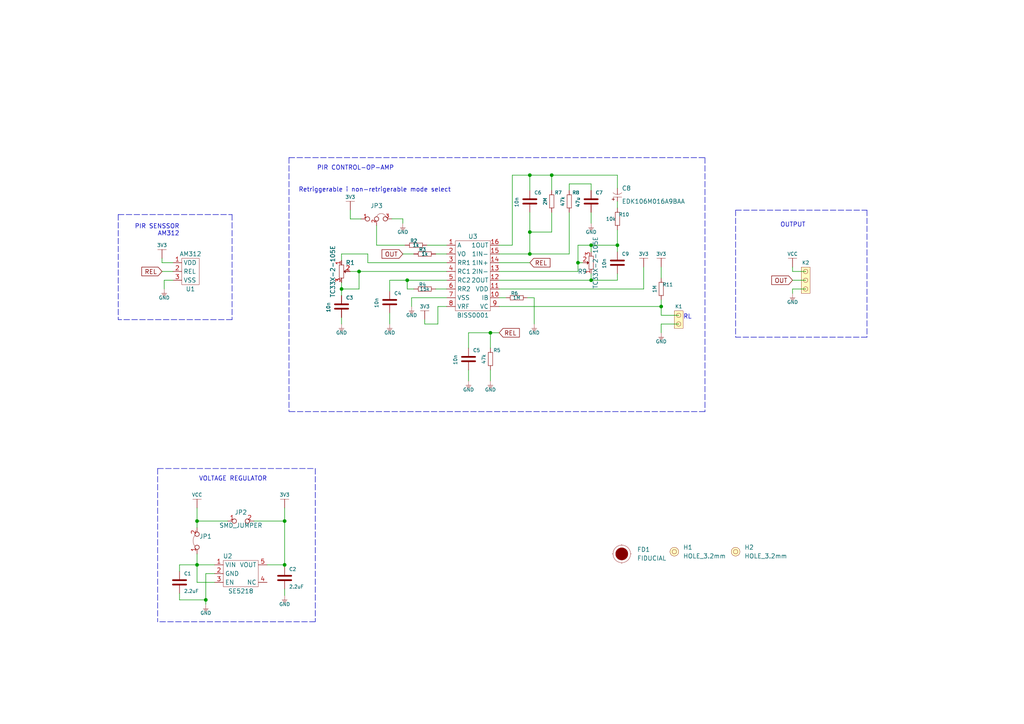
<source format=kicad_sch>
(kicad_sch (version 20210621) (generator eeschema)

  (uuid 302ae457-e87a-4ae6-ac38-0f2c833f3b14)

  (paper "A4")

  (lib_symbols
    (symbol "e-radionica.com schematics:0603C" (pin_numbers hide) (pin_names (offset 0.002)) (in_bom yes) (on_board yes)
      (property "Reference" "C" (id 0) (at -0.635 3.175 0)
        (effects (font (size 1 1)))
      )
      (property "Value" "0603C" (id 1) (at 0 -3.175 0)
        (effects (font (size 1 1)))
      )
      (property "Footprint" "e-radionica.com footprinti:0603C" (id 2) (at 0 0 0)
        (effects (font (size 1 1)) hide)
      )
      (property "Datasheet" "" (id 3) (at 0 0 0)
        (effects (font (size 1 1)) hide)
      )
      (symbol "0603C_0_1"
        (polyline
          (pts
            (xy -0.635 1.905)
            (xy -0.635 -1.905)
          )
          (stroke (width 0.5)) (fill (type none))
        )
        (polyline
          (pts
            (xy 0.635 1.905)
            (xy 0.635 -1.905)
          )
          (stroke (width 0.5)) (fill (type none))
        )
      )
      (symbol "0603C_1_1"
        (pin passive line (at -3.175 0 0) (length 2.54)
          (name "~" (effects (font (size 1.27 1.27))))
          (number "1" (effects (font (size 1.27 1.27))))
        )
        (pin passive line (at 3.175 0 180) (length 2.54)
          (name "~" (effects (font (size 1.27 1.27))))
          (number "2" (effects (font (size 1.27 1.27))))
        )
      )
    )
    (symbol "e-radionica.com schematics:0603R" (pin_numbers hide) (pin_names (offset 0.254)) (in_bom yes) (on_board yes)
      (property "Reference" "R" (id 0) (at -1.905 1.905 0)
        (effects (font (size 1 1)))
      )
      (property "Value" "0603R" (id 1) (at 0 -1.905 0)
        (effects (font (size 1 1)))
      )
      (property "Footprint" "e-radionica.com footprinti:0603R" (id 2) (at -0.635 1.905 0)
        (effects (font (size 1 1)) hide)
      )
      (property "Datasheet" "" (id 3) (at -0.635 1.905 0)
        (effects (font (size 1 1)) hide)
      )
      (symbol "0603R_0_1"
        (rectangle (start -1.905 -0.635) (end 1.905 -0.6604)
          (stroke (width 0.1)) (fill (type none))
        )
        (rectangle (start -1.905 0.635) (end -1.8796 -0.635)
          (stroke (width 0.1)) (fill (type none))
        )
        (rectangle (start -1.905 0.635) (end 1.905 0.6096)
          (stroke (width 0.1)) (fill (type none))
        )
        (rectangle (start 1.905 0.635) (end 1.9304 -0.635)
          (stroke (width 0.1)) (fill (type none))
        )
      )
      (symbol "0603R_1_1"
        (pin passive line (at -3.175 0 0) (length 1.27)
          (name "~" (effects (font (size 1.27 1.27))))
          (number "1" (effects (font (size 1.27 1.27))))
        )
        (pin passive line (at 3.175 0 180) (length 1.27)
          (name "~" (effects (font (size 1.27 1.27))))
          (number "2" (effects (font (size 1.27 1.27))))
        )
      )
    )
    (symbol "e-radionica.com schematics:3V3" (power) (pin_names (offset 0)) (in_bom yes) (on_board yes)
      (property "Reference" "#PWR" (id 0) (at 4.445 0 0)
        (effects (font (size 1 1)) hide)
      )
      (property "Value" "3V3" (id 1) (at 0 3.556 0)
        (effects (font (size 1 1)))
      )
      (property "Footprint" "" (id 2) (at 4.445 3.81 0)
        (effects (font (size 1 1)) hide)
      )
      (property "Datasheet" "" (id 3) (at 4.445 3.81 0)
        (effects (font (size 1 1)) hide)
      )
      (property "ki_keywords" "power-flag" (id 4) (at 0 0 0)
        (effects (font (size 1.27 1.27)) hide)
      )
      (property "ki_description" "Power symbol creates a global label with name \"+3V3\"" (id 5) (at 0 0 0)
        (effects (font (size 1.27 1.27)) hide)
      )
      (symbol "3V3_0_1"
        (polyline
          (pts
            (xy -1.27 2.54)
            (xy 1.27 2.54)
          )
          (stroke (width 0.0006)) (fill (type none))
        )
        (polyline
          (pts
            (xy 0 0)
            (xy 0 2.54)
          )
          (stroke (width 0)) (fill (type none))
        )
      )
      (symbol "3V3_1_1"
        (pin power_in line (at 0 0 90) (length 0) hide
          (name "3V3" (effects (font (size 1.27 1.27))))
          (number "1" (effects (font (size 1.27 1.27))))
        )
      )
    )
    (symbol "e-radionica.com schematics:BISS0001" (in_bom yes) (on_board yes)
      (property "Reference" "U" (id 0) (at 0 16.51 0)
        (effects (font (size 1.27 1.27)))
      )
      (property "Value" "BISS0001" (id 1) (at 2.54 -15.24 0)
        (effects (font (size 1.27 1.27)))
      )
      (property "Footprint" "e-radionica.com footprinti:SOP-16" (id 2) (at 0 0 0)
        (effects (font (size 1.27 1.27)) hide)
      )
      (property "Datasheet" "" (id 3) (at 0 0 0)
        (effects (font (size 1.27 1.27)) hide)
      )
      (symbol "BISS0001_0_1"
        (rectangle (start -5.08 10.16) (end 5.08 -10.16)
          (stroke (width 0.0006)) (fill (type none))
        )
      )
      (symbol "BISS0001_1_1"
        (pin input line (at -7.62 8.89 0) (length 2.54)
          (name "A" (effects (font (size 1.27 1.27))))
          (number "1" (effects (font (size 1.27 1.27))))
        )
        (pin input line (at 7.62 -6.35 180) (length 2.54)
          (name "IB" (effects (font (size 1.27 1.27))))
          (number "10" (effects (font (size 1.27 1.27))))
        )
        (pin input line (at 7.62 -3.81 180) (length 2.54)
          (name "VDD" (effects (font (size 1.27 1.27))))
          (number "11" (effects (font (size 1.27 1.27))))
        )
        (pin input line (at 7.62 -1.27 180) (length 2.54)
          (name "2OUT" (effects (font (size 1.27 1.27))))
          (number "12" (effects (font (size 1.27 1.27))))
        )
        (pin input line (at 7.62 1.27 180) (length 2.54)
          (name "2IN-" (effects (font (size 1.27 1.27))))
          (number "13" (effects (font (size 1.27 1.27))))
        )
        (pin input line (at 7.62 3.81 180) (length 2.54)
          (name "1IN+" (effects (font (size 1.27 1.27))))
          (number "14" (effects (font (size 1.27 1.27))))
        )
        (pin input line (at 7.62 6.35 180) (length 2.54)
          (name "1IN-" (effects (font (size 1.27 1.27))))
          (number "15" (effects (font (size 1.27 1.27))))
        )
        (pin input line (at 7.62 8.89 180) (length 2.54)
          (name "1OUT" (effects (font (size 1.27 1.27))))
          (number "16" (effects (font (size 1.27 1.27))))
        )
        (pin input line (at -7.62 6.35 0) (length 2.54)
          (name "VO" (effects (font (size 1.27 1.27))))
          (number "2" (effects (font (size 1.27 1.27))))
        )
        (pin input line (at -7.62 3.81 0) (length 2.54)
          (name "RR1" (effects (font (size 1.27 1.27))))
          (number "3" (effects (font (size 1.27 1.27))))
        )
        (pin input line (at -7.62 1.27 0) (length 2.54)
          (name "RC1" (effects (font (size 1.27 1.27))))
          (number "4" (effects (font (size 1.27 1.27))))
        )
        (pin input line (at -7.62 -1.27 0) (length 2.54)
          (name "RC2" (effects (font (size 1.27 1.27))))
          (number "5" (effects (font (size 1.27 1.27))))
        )
        (pin input line (at -7.62 -3.81 0) (length 2.54)
          (name "RR2" (effects (font (size 1.27 1.27))))
          (number "6" (effects (font (size 1.27 1.27))))
        )
        (pin input line (at -7.62 -6.35 0) (length 2.54)
          (name "VSS" (effects (font (size 1.27 1.27))))
          (number "7" (effects (font (size 1.27 1.27))))
        )
        (pin input line (at -7.62 -8.89 0) (length 2.54)
          (name "VRF" (effects (font (size 1.27 1.27))))
          (number "8" (effects (font (size 1.27 1.27))))
        )
        (pin input line (at 7.62 -8.89 180) (length 2.54)
          (name "VC" (effects (font (size 1.27 1.27))))
          (number "9" (effects (font (size 1.27 1.27))))
        )
      )
    )
    (symbol "e-radionica.com schematics:ELECTROLITIC_CAP_4mm" (pin_numbers hide) (pin_names hide) (in_bom yes) (on_board yes)
      (property "Reference" "C" (id 0) (at -1.27 2.54 0)
        (effects (font (size 1.27 1.27)))
      )
      (property "Value" "ELECTROLITIC_CAP_4mm" (id 1) (at 0 -2.54 0)
        (effects (font (size 1.27 1.27)))
      )
      (property "Footprint" "e-radionica.com footprinti:ELECTROLITIC_CAP_4mm" (id 2) (at 0 -5.08 0)
        (effects (font (size 1.27 1.27)) hide)
      )
      (property "Datasheet" "" (id 3) (at 0 0 0)
        (effects (font (size 1.27 1.27)) hide)
      )
      (symbol "ELECTROLITIC_CAP_4mm_0_0"
        (text "+" (at -1.905 1.27 0)
          (effects (font (size 1 1)))
        )
      )
      (symbol "ELECTROLITIC_CAP_4mm_0_1"
        (arc (start -0.0001 1.27) (end -0.0001 -1.27) (radius (at 1.27 0) (length 1.7961) (angles 135 -135))
          (stroke (width 0.0006)) (fill (type none))
        )
        (polyline
          (pts
            (xy -1.27 -1.27)
            (xy -1.27 1.27)
          )
          (stroke (width 0.0006)) (fill (type none))
        )
      )
      (symbol "ELECTROLITIC_CAP_4mm_1_1"
        (pin input line (at -2.54 0 0) (length 1.27)
          (name "+" (effects (font (size 1.27 1.27))))
          (number "1" (effects (font (size 1.27 1.27))))
        )
        (pin input line (at 1.27 0 180) (length 1.8)
          (name "-" (effects (font (size 1.27 1.27))))
          (number "2" (effects (font (size 1.27 1.27))))
        )
      )
    )
    (symbol "e-radionica.com schematics:FIDUCIAL" (in_bom no) (on_board yes)
      (property "Reference" "FD" (id 0) (at 0 3.81 0)
        (effects (font (size 1.27 1.27)))
      )
      (property "Value" "FIDUCIAL" (id 1) (at 0 -3.81 0)
        (effects (font (size 1.27 1.27)))
      )
      (property "Footprint" "e-radionica.com footprinti:FIDUCIAL_23" (id 2) (at 0.254 -5.334 0)
        (effects (font (size 1.27 1.27)) hide)
      )
      (property "Datasheet" "" (id 3) (at 0 0 0)
        (effects (font (size 1.27 1.27)) hide)
      )
      (symbol "FIDUCIAL_0_1"
        (circle (center 0 0) (radius 2.54) (stroke (width 0.0006)) (fill (type none)))
        (circle (center 0 0) (radius 1.7961) (stroke (width 0.001)) (fill (type outline)))
        (polyline
          (pts
            (xy -2.54 0)
            (xy -2.794 0)
          )
          (stroke (width 0.0006)) (fill (type none))
        )
        (polyline
          (pts
            (xy 0 -2.54)
            (xy 0 -2.794)
          )
          (stroke (width 0.0006)) (fill (type none))
        )
        (polyline
          (pts
            (xy 0 2.54)
            (xy 0 2.794)
          )
          (stroke (width 0.0006)) (fill (type none))
        )
        (polyline
          (pts
            (xy 2.54 0)
            (xy 2.794 0)
          )
          (stroke (width 0.0006)) (fill (type none))
        )
      )
    )
    (symbol "e-radionica.com schematics:GND" (power) (pin_names (offset 0)) (in_bom yes) (on_board yes)
      (property "Reference" "#PWR" (id 0) (at 4.445 0 0)
        (effects (font (size 1 1)) hide)
      )
      (property "Value" "GND" (id 1) (at 0 -2.921 0)
        (effects (font (size 1 1)))
      )
      (property "Footprint" "" (id 2) (at 4.445 3.81 0)
        (effects (font (size 1 1)) hide)
      )
      (property "Datasheet" "" (id 3) (at 4.445 3.81 0)
        (effects (font (size 1 1)) hide)
      )
      (property "ki_keywords" "power-flag" (id 4) (at 0 0 0)
        (effects (font (size 1.27 1.27)) hide)
      )
      (property "ki_description" "Power symbol creates a global label with name \"+3V3\"" (id 5) (at 0 0 0)
        (effects (font (size 1.27 1.27)) hide)
      )
      (symbol "GND_0_1"
        (polyline
          (pts
            (xy -0.762 -1.27)
            (xy 0.762 -1.27)
          )
          (stroke (width 0.0006)) (fill (type none))
        )
        (polyline
          (pts
            (xy -0.635 -1.524)
            (xy 0.635 -1.524)
          )
          (stroke (width 0.0006)) (fill (type none))
        )
        (polyline
          (pts
            (xy -0.381 -1.778)
            (xy 0.381 -1.778)
          )
          (stroke (width 0.0006)) (fill (type none))
        )
        (polyline
          (pts
            (xy -0.127 -2.032)
            (xy 0.127 -2.032)
          )
          (stroke (width 0.0006)) (fill (type none))
        )
        (polyline
          (pts
            (xy 0 0)
            (xy 0 -1.27)
          )
          (stroke (width 0.0006)) (fill (type none))
        )
      )
      (symbol "GND_1_1"
        (pin power_in line (at 0 0 270) (length 0) hide
          (name "GND" (effects (font (size 1.27 1.27))))
          (number "1" (effects (font (size 1.27 1.27))))
        )
      )
    )
    (symbol "e-radionica.com schematics:HEADER_MALE_2X1" (pin_numbers hide) (pin_names hide) (in_bom yes) (on_board yes)
      (property "Reference" "K" (id 0) (at -1.27 5.08 0)
        (effects (font (size 1 1)))
      )
      (property "Value" "HEADER_MALE_2X1" (id 1) (at 0 -2.54 0)
        (effects (font (size 1 1)))
      )
      (property "Footprint" "e-radionica.com footprinti:HEADER_MALE_2X1" (id 2) (at 0 0 0)
        (effects (font (size 1 1)) hide)
      )
      (property "Datasheet" "" (id 3) (at 0 0 0)
        (effects (font (size 1 1)) hide)
      )
      (symbol "HEADER_MALE_2X1_0_1"
        (circle (center 0 0) (radius 0.635) (stroke (width 0.0006)) (fill (type none)))
        (circle (center 0 2.54) (radius 0.635) (stroke (width 0.0006)) (fill (type none)))
        (rectangle (start 1.27 -1.27) (end -1.27 3.81)
          (stroke (width 0.001)) (fill (type background))
        )
      )
      (symbol "HEADER_MALE_2X1_1_1"
        (pin passive line (at 0 0 180) (length 0)
          (name "~" (effects (font (size 1 1))))
          (number "1" (effects (font (size 1 1))))
        )
        (pin passive line (at 0 2.54 180) (length 0)
          (name "~" (effects (font (size 1 1))))
          (number "2" (effects (font (size 1 1))))
        )
      )
    )
    (symbol "e-radionica.com schematics:HEADER_MALE_3X1" (pin_numbers hide) (pin_names hide) (in_bom yes) (on_board yes)
      (property "Reference" "K" (id 0) (at -0.635 5.08 0)
        (effects (font (size 1 1)))
      )
      (property "Value" "HEADER_MALE_3X1" (id 1) (at 0 -5.08 0)
        (effects (font (size 1 1)))
      )
      (property "Footprint" "e-radionica.com footprinti:HEADER_MALE_3X1" (id 2) (at 0 -7.62 0)
        (effects (font (size 1 1)) hide)
      )
      (property "Datasheet" "" (id 3) (at 0 -2.54 0)
        (effects (font (size 1 1)) hide)
      )
      (symbol "HEADER_MALE_3X1_0_1"
        (circle (center 0 -2.54) (radius 0.635) (stroke (width 0.0006)) (fill (type none)))
        (circle (center 0 0) (radius 0.635) (stroke (width 0.0006)) (fill (type none)))
        (circle (center 0 2.54) (radius 0.635) (stroke (width 0.0006)) (fill (type none)))
        (rectangle (start 1.27 -3.81) (end -1.27 3.81)
          (stroke (width 0.001)) (fill (type background))
        )
      )
      (symbol "HEADER_MALE_3X1_1_1"
        (pin passive line (at 0 -2.54 180) (length 0)
          (name "~" (effects (font (size 1 1))))
          (number "1" (effects (font (size 1 1))))
        )
        (pin passive line (at 0 0 180) (length 0)
          (name "~" (effects (font (size 1 1))))
          (number "2" (effects (font (size 1 1))))
        )
        (pin passive line (at 0 2.54 180) (length 0)
          (name "~" (effects (font (size 1 1))))
          (number "3" (effects (font (size 1 1))))
        )
      )
    )
    (symbol "e-radionica.com schematics:HOLE_3.2mm" (pin_numbers hide) (pin_names hide) (in_bom yes) (on_board yes)
      (property "Reference" "H" (id 0) (at 0 2.54 0)
        (effects (font (size 1.27 1.27)))
      )
      (property "Value" "HOLE_3.2mm" (id 1) (at 0 -2.54 0)
        (effects (font (size 1.27 1.27)))
      )
      (property "Footprint" "e-radionica.com footprinti:HOLE_3.2mm" (id 2) (at 0 0 0)
        (effects (font (size 1.27 1.27)) hide)
      )
      (property "Datasheet" "" (id 3) (at 0 0 0)
        (effects (font (size 1.27 1.27)) hide)
      )
      (symbol "HOLE_3.2mm_0_1"
        (circle (center 0 0) (radius 0.635) (stroke (width 0.0006)) (fill (type none)))
        (circle (center 0 0) (radius 1.27) (stroke (width 0.001)) (fill (type background)))
      )
    )
    (symbol "e-radionica.com schematics:PIR_senzor" (in_bom yes) (on_board yes)
      (property "Reference" "U" (id 0) (at 0 5.08 0)
        (effects (font (size 1.27 1.27)))
      )
      (property "Value" "PIR_senzor" (id 1) (at 0 -5.08 0)
        (effects (font (size 1.27 1.27)))
      )
      (property "Footprint" "e-radionica.com footprinti:PIR_senzor" (id 2) (at 0 -7.62 0)
        (effects (font (size 1.27 1.27)) hide)
      )
      (property "Datasheet" "" (id 3) (at -6.35 0 0)
        (effects (font (size 1.27 1.27)) hide)
      )
      (symbol "PIR_senzor_0_1"
        (rectangle (start -2.54 3.81) (end 2.54 -3.81)
          (stroke (width 0.0006)) (fill (type none))
        )
      )
      (symbol "PIR_senzor_1_1"
        (pin input line (at -5.08 2.54 0) (length 2.54)
          (name "VDD" (effects (font (size 1.27 1.27))))
          (number "1" (effects (font (size 1.27 1.27))))
        )
        (pin input line (at -5.08 0 0) (length 2.54)
          (name "REL" (effects (font (size 1.27 1.27))))
          (number "2" (effects (font (size 1.27 1.27))))
        )
        (pin input line (at -5.08 -2.54 0) (length 2.54)
          (name "VSS" (effects (font (size 1.27 1.27))))
          (number "3" (effects (font (size 1.27 1.27))))
        )
      )
    )
    (symbol "e-radionica.com schematics:SE5218" (in_bom yes) (on_board yes)
      (property "Reference" "U" (id 0) (at -3.81 5.08 0)
        (effects (font (size 1.27 1.27)))
      )
      (property "Value" "SE5218" (id 1) (at 0 -5.08 0)
        (effects (font (size 1.27 1.27)))
      )
      (property "Footprint" "e-radionica.com footprinti:SOT-23-5" (id 2) (at 0 0 0)
        (effects (font (size 1.27 1.27)) hide)
      )
      (property "Datasheet" "" (id 3) (at 0 0 0)
        (effects (font (size 1.27 1.27)) hide)
      )
      (symbol "SE5218_0_1"
        (rectangle (start -5.08 3.81) (end 5.08 -3.81)
          (stroke (width 0.0006)) (fill (type none))
        )
      )
      (symbol "SE5218_1_1"
        (pin power_in line (at -7.62 2.54 0) (length 2.54)
          (name "VIN" (effects (font (size 1.27 1.27))))
          (number "1" (effects (font (size 1.27 1.27))))
        )
        (pin power_in line (at -7.62 0 0) (length 2.54)
          (name "GND" (effects (font (size 1.27 1.27))))
          (number "2" (effects (font (size 1.27 1.27))))
        )
        (pin input line (at -7.62 -2.54 0) (length 2.54)
          (name "EN" (effects (font (size 1.27 1.27))))
          (number "3" (effects (font (size 1.27 1.27))))
        )
        (pin passive line (at 7.62 -2.54 180) (length 2.54)
          (name "NC" (effects (font (size 1.27 1.27))))
          (number "4" (effects (font (size 1.27 1.27))))
        )
        (pin power_out line (at 7.62 2.54 180) (length 2.54)
          (name "VOUT" (effects (font (size 1.27 1.27))))
          (number "5" (effects (font (size 1.27 1.27))))
        )
      )
    )
    (symbol "e-radionica.com schematics:SMD-JUMPER-CONNECTED_TRACE_SLODERMASK" (in_bom yes) (on_board yes)
      (property "Reference" "JP" (id 0) (at 0 3.556 0)
        (effects (font (size 1.27 1.27)))
      )
      (property "Value" "SMD-JUMPER-CONNECTED_TRACE_SLODERMASK" (id 1) (at 0 -2.54 0)
        (effects (font (size 1.27 1.27)))
      )
      (property "Footprint" "e-radionica.com footprinti:SMD-JUMPER-CONNECTED_TRACE_SLODERMASK" (id 2) (at 0 -5.715 0)
        (effects (font (size 1.27 1.27)) hide)
      )
      (property "Datasheet" "" (id 3) (at 0 0 0)
        (effects (font (size 1.27 1.27)) hide)
      )
      (symbol "SMD-JUMPER-CONNECTED_TRACE_SLODERMASK_0_1"
        (arc (start -1.6159 0.5742) (end 1.5845 0.5996) (radius (at 0 -1.397) (length 2.5489) (angles 129.3 51.6))
          (stroke (width 0.0006)) (fill (type none))
        )
      )
      (symbol "SMD-JUMPER-CONNECTED_TRACE_SLODERMASK_1_1"
        (pin passive inverted (at -3.81 0 0) (length 2.54)
          (name "" (effects (font (size 1.27 1.27))))
          (number "1" (effects (font (size 1.27 1.27))))
        )
        (pin passive inverted (at 3.81 0 180) (length 2.54)
          (name "" (effects (font (size 1.27 1.27))))
          (number "2" (effects (font (size 1.27 1.27))))
        )
      )
    )
    (symbol "e-radionica.com schematics:SMD_JUMPER" (in_bom yes) (on_board yes)
      (property "Reference" "JP" (id 0) (at 0 1.397 0)
        (effects (font (size 1.27 1.27)))
      )
      (property "Value" "SMD_JUMPER" (id 1) (at 0.508 -3.048 0)
        (effects (font (size 1.27 1.27)))
      )
      (property "Footprint" "e-radionica.com footprinti:SMD_JUMPER" (id 2) (at 0 0 0)
        (effects (font (size 1.27 1.27)) hide)
      )
      (property "Datasheet" "" (id 3) (at 0 0 0)
        (effects (font (size 1.27 1.27)) hide)
      )
      (symbol "SMD_JUMPER_1_1"
        (pin passive inverted (at -3.81 0 0) (length 2.54)
          (name "" (effects (font (size 1.27 1.27))))
          (number "1" (effects (font (size 1.27 1.27))))
        )
        (pin passive inverted (at 3.81 0 180) (length 2.54)
          (name "" (effects (font (size 1.27 1.27))))
          (number "2" (effects (font (size 1.27 1.27))))
        )
      )
    )
    (symbol "e-radionica.com schematics:SMD_JUMPER_3_PAD_CONNECTED_RIGHT" (in_bom yes) (on_board yes)
      (property "Reference" "JP" (id 0) (at 0 2.5908 0)
        (effects (font (size 1.27 1.27)))
      )
      (property "Value" "SMD_JUMPER_3_PAD_CONNECTED_RIGHT" (id 1) (at 0.0254 -6.9088 0)
        (effects (font (size 1.27 1.27)))
      )
      (property "Footprint" "e-radionica.com footprinti:SMD_JUMPER_3_PAD_CONNECTED_RIGHT" (id 2) (at 0 0 0)
        (effects (font (size 1.27 1.27)) hide)
      )
      (property "Datasheet" "" (id 3) (at 0 0 0)
        (effects (font (size 1.27 1.27)) hide)
      )
      (symbol "SMD_JUMPER_3_PAD_CONNECTED_RIGHT_0_1"
        (arc (start 0.0433 0.705) (end 2.6595 0.6796) (radius (at 1.3462 0.1524) (length 1.4152) (angles 157 21.9))
          (stroke (width 0.0006)) (fill (type none))
        )
      )
      (symbol "SMD_JUMPER_3_PAD_CONNECTED_RIGHT_1_1"
        (pin passive inverted (at -4.5466 0 0) (length 2.54)
          (name "" (effects (font (size 1 1))))
          (number "1" (effects (font (size 1 1))))
        )
        (pin passive inverted (at 0 -1.905 90) (length 2.54)
          (name "" (effects (font (size 1 1))))
          (number "2" (effects (font (size 1 1))))
        )
        (pin passive inverted (at 4.445 0.0254 180) (length 2.54)
          (name "" (effects (font (size 1 1))))
          (number "3" (effects (font (size 1 1))))
        )
      )
    )
    (symbol "e-radionica.com schematics:VCC" (power) (pin_names (offset 0)) (in_bom yes) (on_board yes)
      (property "Reference" "#PWR" (id 0) (at 4.445 0 0)
        (effects (font (size 1 1)) hide)
      )
      (property "Value" "VCC" (id 1) (at 0 3.556 0)
        (effects (font (size 1 1)))
      )
      (property "Footprint" "" (id 2) (at 4.445 3.81 0)
        (effects (font (size 1 1)) hide)
      )
      (property "Datasheet" "" (id 3) (at 4.445 3.81 0)
        (effects (font (size 1 1)) hide)
      )
      (property "ki_keywords" "power-flag" (id 4) (at 0 0 0)
        (effects (font (size 1.27 1.27)) hide)
      )
      (property "ki_description" "Power symbol creates a global label with name \"+3V3\"" (id 5) (at 0 0 0)
        (effects (font (size 1.27 1.27)) hide)
      )
      (symbol "VCC_0_1"
        (polyline
          (pts
            (xy -1.27 2.54)
            (xy 1.27 2.54)
          )
          (stroke (width 0.0006)) (fill (type none))
        )
        (polyline
          (pts
            (xy 0 0)
            (xy 0 2.54)
          )
          (stroke (width 0)) (fill (type none))
        )
      )
      (symbol "VCC_1_1"
        (pin power_in line (at 0 0 90) (length 0) hide
          (name "VCC" (effects (font (size 1.27 1.27))))
          (number "1" (effects (font (size 1.27 1.27))))
        )
      )
    )
    (symbol "e-radionica.com schematics:tc33x-2-103e" (in_bom yes) (on_board yes)
      (property "Reference" "R" (id 0) (at -1.778 3.302 0)
        (effects (font (size 1.27 1.27)))
      )
      (property "Value" "tc33x-2-103e" (id 1) (at 0 -2.54 0)
        (effects (font (size 1.27 1.27)))
      )
      (property "Footprint" "e-radionica.com footprinti:tc33x-2-103e" (id 2) (at 0 -5.08 0)
        (effects (font (size 1.27 1.27)) hide)
      )
      (property "Datasheet" "" (id 3) (at -0.0508 -0.0508 0)
        (effects (font (size 1.27 1.27)) hide)
      )
      (symbol "tc33x-2-103e_0_1"
        (rectangle (start -1.905 -0.635) (end 1.905 -0.6604)
          (stroke (width 0.1)) (fill (type none))
        )
        (rectangle (start -1.905 0.635) (end -1.8796 -0.635)
          (stroke (width 0.1)) (fill (type none))
        )
        (rectangle (start -1.905 0.635) (end 1.905 0.6096)
          (stroke (width 0.1)) (fill (type none))
        )
        (rectangle (start 1.905 0.635) (end 1.9304 -0.635)
          (stroke (width 0.1)) (fill (type none))
        )
        (polyline
          (pts
            (xy -0.4318 1.1684)
            (xy 0.4826 1.1684)
            (xy 0 0.635)
            (xy -0.4064 1.0922)
            (xy -0.4826 1.1684)
            (xy 0 0.7874)
            (xy 0.3048 1.1176)
            (xy -0.254 1.0668)
            (xy 0.0254 0.8636)
            (xy 0.0762 1.0414)
            (xy -0.0254 0.9652)
          )
          (stroke (width 0.0006)) (fill (type none))
        )
      )
      (symbol "tc33x-2-103e_1_1"
        (pin passive line (at -3.175 0 0) (length 1.27)
          (name "~" (effects (font (size 1.27 1.27))))
          (number "1" (effects (font (size 1.27 1.27))))
        )
        (pin passive line (at 0 2.4892 270) (length 1.27)
          (name "" (effects (font (size 1.27 1.27))))
          (number "2" (effects (font (size 1.27 1.27))))
        )
        (pin passive line (at 3.175 0.0002 180) (length 1.27)
          (name "~" (effects (font (size 1.27 1.27))))
          (number "3" (effects (font (size 1.27 1.27))))
        )
      )
    )
  )

  (junction (at 57.15 151.13) (diameter 0.9144) (color 0 0 0 0))
  (junction (at 57.15 163.83) (diameter 0.9144) (color 0 0 0 0))
  (junction (at 59.69 173.99) (diameter 0.9144) (color 0 0 0 0))
  (junction (at 82.55 151.13) (diameter 0.9144) (color 0 0 0 0))
  (junction (at 82.55 163.83) (diameter 0.9144) (color 0 0 0 0))
  (junction (at 99.0602 83.82) (diameter 0.9144) (color 0 0 0 0))
  (junction (at 104.14 78.74) (diameter 0.9144) (color 0 0 0 0))
  (junction (at 118.11 81.28) (diameter 0.9144) (color 0 0 0 0))
  (junction (at 142.24 96.52) (diameter 0.9144) (color 0 0 0 0))
  (junction (at 153.67 50.8) (diameter 0.9144) (color 0 0 0 0))
  (junction (at 153.67 67.31) (diameter 0.9144) (color 0 0 0 0))
  (junction (at 153.67 73.66) (diameter 0.9144) (color 0 0 0 0))
  (junction (at 160.02 50.8) (diameter 0.9144) (color 0 0 0 0))
  (junction (at 167.64 76.2) (diameter 0.9144) (color 0 0 0 0))
  (junction (at 171.4498 71.12) (diameter 0.9144) (color 0 0 0 0))
  (junction (at 171.45 81.28) (diameter 0.9144) (color 0 0 0 0))
  (junction (at 179.07 71.12) (diameter 0.9144) (color 0 0 0 0))
  (junction (at 191.77 88.9) (diameter 0.9144) (color 0 0 0 0))

  (wire (pts (xy 46.99 76.2) (xy 46.99 74.93))
    (stroke (width 0) (type solid) (color 0 0 0 0))
    (uuid 20b53099-82cf-48d8-8314-8fd61a0ad0e0)
  )
  (wire (pts (xy 46.99 78.74) (xy 50.165 78.74))
    (stroke (width 0) (type solid) (color 0 0 0 0))
    (uuid 5157ded1-94f1-4a0c-a13c-422d6b338ca1)
  )
  (wire (pts (xy 47.625 81.28) (xy 47.625 83.82))
    (stroke (width 0) (type solid) (color 0 0 0 0))
    (uuid c9697760-7753-4c3d-817c-e171b02809a5)
  )
  (wire (pts (xy 50.165 76.2) (xy 46.99 76.2))
    (stroke (width 0) (type solid) (color 0 0 0 0))
    (uuid 20b53099-82cf-48d8-8314-8fd61a0ad0e0)
  )
  (wire (pts (xy 50.165 81.28) (xy 47.625 81.28))
    (stroke (width 0) (type solid) (color 0 0 0 0))
    (uuid c9697760-7753-4c3d-817c-e171b02809a5)
  )
  (wire (pts (xy 52.07 163.83) (xy 57.15 163.83))
    (stroke (width 0) (type solid) (color 0 0 0 0))
    (uuid d1388d31-e774-4aa5-abb7-5975b38696dc)
  )
  (wire (pts (xy 52.07 165.735) (xy 52.07 163.83))
    (stroke (width 0) (type solid) (color 0 0 0 0))
    (uuid b810a327-d25d-4dc6-b840-2aae367b4106)
  )
  (wire (pts (xy 52.07 172.085) (xy 52.07 173.99))
    (stroke (width 0) (type solid) (color 0 0 0 0))
    (uuid a30eb737-f2a2-4fdf-b020-277a2a158406)
  )
  (wire (pts (xy 52.07 173.99) (xy 59.69 173.99))
    (stroke (width 0) (type solid) (color 0 0 0 0))
    (uuid 678135f8-700b-4b0f-8ce0-b0e46afeace6)
  )
  (wire (pts (xy 57.15 147.32) (xy 57.15 151.13))
    (stroke (width 0) (type solid) (color 0 0 0 0))
    (uuid c5e0ca19-f7ba-4519-a968-27e74d6ac5ee)
  )
  (wire (pts (xy 57.15 151.13) (xy 57.15 153.035))
    (stroke (width 0) (type solid) (color 0 0 0 0))
    (uuid 48084e6b-6f63-4a5a-a46b-364ad6d4af64)
  )
  (wire (pts (xy 57.15 151.13) (xy 66.04 151.13))
    (stroke (width 0) (type solid) (color 0 0 0 0))
    (uuid 0befbbb7-821b-44e9-b21d-23e7bd308f60)
  )
  (wire (pts (xy 57.15 160.655) (xy 57.15 163.83))
    (stroke (width 0) (type solid) (color 0 0 0 0))
    (uuid 77525ca4-3fbe-48a4-9888-4ed6e55ef0cf)
  )
  (wire (pts (xy 57.15 168.91) (xy 57.15 163.83))
    (stroke (width 0) (type solid) (color 0 0 0 0))
    (uuid eacc7496-5399-4abc-8a86-6f82d8282e92)
  )
  (wire (pts (xy 59.69 166.37) (xy 59.69 173.99))
    (stroke (width 0) (type solid) (color 0 0 0 0))
    (uuid df4cc176-d476-42f5-85a7-4ebcbb04d643)
  )
  (wire (pts (xy 59.69 173.99) (xy 59.69 175.26))
    (stroke (width 0) (type solid) (color 0 0 0 0))
    (uuid 7fd5c543-3e7c-47ac-aa68-da80f4c8e00f)
  )
  (wire (pts (xy 62.23 163.83) (xy 57.15 163.83))
    (stroke (width 0) (type solid) (color 0 0 0 0))
    (uuid cfa54471-ef79-4fa8-9cff-a7e367bbbce6)
  )
  (wire (pts (xy 62.23 166.37) (xy 59.69 166.37))
    (stroke (width 0) (type solid) (color 0 0 0 0))
    (uuid a19d9731-6c20-42ec-ae22-443fe0d3399f)
  )
  (wire (pts (xy 62.23 168.91) (xy 57.15 168.91))
    (stroke (width 0) (type solid) (color 0 0 0 0))
    (uuid 08705356-c1e5-4a3c-8c54-67732e9301d2)
  )
  (wire (pts (xy 73.66 151.13) (xy 82.55 151.13))
    (stroke (width 0) (type solid) (color 0 0 0 0))
    (uuid 4b0e1237-3a89-45ba-9075-50949e88652b)
  )
  (wire (pts (xy 77.47 163.83) (xy 82.55 163.83))
    (stroke (width 0) (type solid) (color 0 0 0 0))
    (uuid bfaef655-cc23-4ce7-b84b-77e38c08b035)
  )
  (wire (pts (xy 82.55 151.13) (xy 82.55 147.32))
    (stroke (width 0) (type solid) (color 0 0 0 0))
    (uuid 9cee23bf-23d5-46da-9a5d-d9b32148d112)
  )
  (wire (pts (xy 82.55 151.13) (xy 82.55 163.83))
    (stroke (width 0) (type solid) (color 0 0 0 0))
    (uuid 2cbf9ad1-36b1-488b-981d-1e32be12ac76)
  )
  (wire (pts (xy 82.55 163.83) (xy 82.55 164.465))
    (stroke (width 0) (type solid) (color 0 0 0 0))
    (uuid e386a3f6-ffcb-4156-91f3-f72129b4d8be)
  )
  (wire (pts (xy 82.55 170.815) (xy 82.55 172.72))
    (stroke (width 0) (type solid) (color 0 0 0 0))
    (uuid 830b997b-de01-4af1-a007-613dfbb6669b)
  )
  (wire (pts (xy 99.06 73.66) (xy 106.68 73.66))
    (stroke (width 0) (type solid) (color 0 0 0 0))
    (uuid d1a02125-e9eb-4f10-bdd6-6a1440dde98f)
  )
  (wire (pts (xy 99.06 75.565) (xy 99.06 73.66))
    (stroke (width 0) (type solid) (color 0 0 0 0))
    (uuid 793d3b45-9752-4e64-aa91-a500094cfcfe)
  )
  (wire (pts (xy 99.06 92.075) (xy 99.06 93.98))
    (stroke (width 0) (type solid) (color 0 0 0 0))
    (uuid 67cb8b1f-ee0d-4428-b9ac-40cbf6da081c)
  )
  (wire (pts (xy 99.0602 81.915) (xy 99.0602 83.82))
    (stroke (width 0) (type solid) (color 0 0 0 0))
    (uuid c81d1ba8-1a13-44fe-a1fd-397ab9a91c23)
  )
  (wire (pts (xy 99.0602 83.82) (xy 99.0602 85.725))
    (stroke (width 0) (type solid) (color 0 0 0 0))
    (uuid c81d1ba8-1a13-44fe-a1fd-397ab9a91c23)
  )
  (wire (pts (xy 99.0602 85.725) (xy 99.06 85.725))
    (stroke (width 0) (type solid) (color 0 0 0 0))
    (uuid c81d1ba8-1a13-44fe-a1fd-397ab9a91c23)
  )
  (wire (pts (xy 101.5492 78.74) (xy 104.14 78.74))
    (stroke (width 0) (type solid) (color 0 0 0 0))
    (uuid 20a17f16-6127-4ba4-9e98-83a88717742a)
  )
  (wire (pts (xy 101.6 63.5) (xy 101.6 60.96))
    (stroke (width 0) (type solid) (color 0 0 0 0))
    (uuid 1d142f35-9aaa-49bd-b544-1e1b947aac05)
  )
  (wire (pts (xy 104.14 78.74) (xy 104.14 83.82))
    (stroke (width 0) (type solid) (color 0 0 0 0))
    (uuid 20a17f16-6127-4ba4-9e98-83a88717742a)
  )
  (wire (pts (xy 104.14 78.74) (xy 129.54 78.74))
    (stroke (width 0) (type solid) (color 0 0 0 0))
    (uuid 0931d4a1-a078-45ea-889b-4139f0444a05)
  )
  (wire (pts (xy 104.14 83.82) (xy 99.0602 83.82))
    (stroke (width 0) (type solid) (color 0 0 0 0))
    (uuid 6eb904f0-101e-4dda-9d7d-743e24d7f828)
  )
  (wire (pts (xy 104.6734 63.5) (xy 101.6 63.5))
    (stroke (width 0) (type solid) (color 0 0 0 0))
    (uuid 1d142f35-9aaa-49bd-b544-1e1b947aac05)
  )
  (wire (pts (xy 106.68 73.66) (xy 106.68 76.2))
    (stroke (width 0) (type solid) (color 0 0 0 0))
    (uuid d1a02125-e9eb-4f10-bdd6-6a1440dde98f)
  )
  (wire (pts (xy 106.68 76.2) (xy 129.54 76.2))
    (stroke (width 0) (type solid) (color 0 0 0 0))
    (uuid 11855846-9219-4b51-8125-a9f0250120c7)
  )
  (wire (pts (xy 109.22 65.405) (xy 109.22 71.12))
    (stroke (width 0) (type solid) (color 0 0 0 0))
    (uuid 61cab44a-6966-4021-be69-6f3cacfa78a9)
  )
  (wire (pts (xy 113.03 81.28) (xy 118.11 81.28))
    (stroke (width 0) (type solid) (color 0 0 0 0))
    (uuid ec8d9ffe-31e5-468c-bccb-6dce64bfe003)
  )
  (wire (pts (xy 113.03 84.455) (xy 113.03 81.28))
    (stroke (width 0) (type solid) (color 0 0 0 0))
    (uuid ec8d9ffe-31e5-468c-bccb-6dce64bfe003)
  )
  (wire (pts (xy 113.03 90.805) (xy 113.03 93.98))
    (stroke (width 0) (type solid) (color 0 0 0 0))
    (uuid 4ddb516a-4b55-46d9-aea3-9366f23498fa)
  )
  (wire (pts (xy 113.665 63.4746) (xy 116.84 63.4746))
    (stroke (width 0) (type solid) (color 0 0 0 0))
    (uuid 16588c7a-a2a2-405f-9a66-6c144bc8f75c)
  )
  (wire (pts (xy 116.84 63.4746) (xy 116.84 64.77))
    (stroke (width 0) (type solid) (color 0 0 0 0))
    (uuid 16588c7a-a2a2-405f-9a66-6c144bc8f75c)
  )
  (wire (pts (xy 116.84 73.66) (xy 120.015 73.66))
    (stroke (width 0) (type solid) (color 0 0 0 0))
    (uuid a81e5ee8-e2a6-476b-aa55-a69101e1a996)
  )
  (wire (pts (xy 117.475 71.12) (xy 109.22 71.12))
    (stroke (width 0) (type solid) (color 0 0 0 0))
    (uuid 61cab44a-6966-4021-be69-6f3cacfa78a9)
  )
  (wire (pts (xy 118.11 81.28) (xy 129.54 81.28))
    (stroke (width 0) (type solid) (color 0 0 0 0))
    (uuid ec8d9ffe-31e5-468c-bccb-6dce64bfe003)
  )
  (wire (pts (xy 118.11 83.82) (xy 118.11 81.28))
    (stroke (width 0) (type solid) (color 0 0 0 0))
    (uuid b1612ce7-2e97-438b-97ee-c6bf3c508c07)
  )
  (wire (pts (xy 119.38 86.36) (xy 119.38 88.9))
    (stroke (width 0) (type solid) (color 0 0 0 0))
    (uuid e3b0cf12-852f-41f6-8aa9-b3da4b793d79)
  )
  (wire (pts (xy 119.38 86.36) (xy 129.54 86.36))
    (stroke (width 0) (type solid) (color 0 0 0 0))
    (uuid 9a231452-4f44-4a30-a5a1-b0f69ccb03cb)
  )
  (wire (pts (xy 120.015 83.82) (xy 118.11 83.82))
    (stroke (width 0) (type solid) (color 0 0 0 0))
    (uuid b1612ce7-2e97-438b-97ee-c6bf3c508c07)
  )
  (wire (pts (xy 123.19 93.98) (xy 123.19 92.71))
    (stroke (width 0) (type solid) (color 0 0 0 0))
    (uuid 45b621bd-5512-4140-b7db-07a9b6978cae)
  )
  (wire (pts (xy 123.825 71.12) (xy 129.54 71.12))
    (stroke (width 0) (type solid) (color 0 0 0 0))
    (uuid 89726b3b-8edb-4977-a0ff-0f31537d418c)
  )
  (wire (pts (xy 126.365 73.66) (xy 129.54 73.66))
    (stroke (width 0) (type solid) (color 0 0 0 0))
    (uuid bb2dd9c4-b395-4a39-a05f-31c43c876a1e)
  )
  (wire (pts (xy 126.365 83.82) (xy 129.54 83.82))
    (stroke (width 0) (type solid) (color 0 0 0 0))
    (uuid 19a71124-0f94-4097-8378-3ec10a58c0c0)
  )
  (wire (pts (xy 127 88.9) (xy 127 93.98))
    (stroke (width 0) (type solid) (color 0 0 0 0))
    (uuid 45b621bd-5512-4140-b7db-07a9b6978cae)
  )
  (wire (pts (xy 127 88.9) (xy 129.54 88.9))
    (stroke (width 0) (type solid) (color 0 0 0 0))
    (uuid 106237e0-2771-41c8-91f5-3687774a7ea8)
  )
  (wire (pts (xy 127 93.98) (xy 123.19 93.98))
    (stroke (width 0) (type solid) (color 0 0 0 0))
    (uuid 45b621bd-5512-4140-b7db-07a9b6978cae)
  )
  (wire (pts (xy 135.89 96.52) (xy 135.89 100.965))
    (stroke (width 0) (type solid) (color 0 0 0 0))
    (uuid babc8ddf-07ad-4b8c-967a-967798832018)
  )
  (wire (pts (xy 135.89 107.315) (xy 135.89 110.49))
    (stroke (width 0) (type solid) (color 0 0 0 0))
    (uuid 73e553aa-726b-4d6d-a560-7adf7745cb83)
  )
  (wire (pts (xy 142.24 96.52) (xy 135.89 96.52))
    (stroke (width 0) (type solid) (color 0 0 0 0))
    (uuid babc8ddf-07ad-4b8c-967a-967798832018)
  )
  (wire (pts (xy 142.24 96.52) (xy 144.78 96.52))
    (stroke (width 0) (type solid) (color 0 0 0 0))
    (uuid 3f19a30c-5588-44cf-8869-8f6258fc2b76)
  )
  (wire (pts (xy 142.24 100.965) (xy 142.24 96.52))
    (stroke (width 0) (type solid) (color 0 0 0 0))
    (uuid babc8ddf-07ad-4b8c-967a-967798832018)
  )
  (wire (pts (xy 142.24 107.315) (xy 142.24 110.49))
    (stroke (width 0) (type solid) (color 0 0 0 0))
    (uuid 00c6af09-b618-42cb-b637-b7afebfc160a)
  )
  (wire (pts (xy 144.78 71.12) (xy 148.59 71.12))
    (stroke (width 0) (type solid) (color 0 0 0 0))
    (uuid 542e62d7-637e-40c1-bf6e-78dbfffd7d00)
  )
  (wire (pts (xy 144.78 73.66) (xy 153.67 73.66))
    (stroke (width 0) (type solid) (color 0 0 0 0))
    (uuid c12f72a9-ae9a-4057-9d6d-35bcc0ed10a7)
  )
  (wire (pts (xy 144.78 76.2) (xy 153.67 76.2))
    (stroke (width 0) (type solid) (color 0 0 0 0))
    (uuid f04b0b8b-64ae-40f3-bdaa-361deaba5443)
  )
  (wire (pts (xy 144.78 78.74) (xy 167.64 78.74))
    (stroke (width 0) (type solid) (color 0 0 0 0))
    (uuid aa23d36d-2e09-42f0-9078-1622c50677d4)
  )
  (wire (pts (xy 144.78 81.28) (xy 171.45 81.28))
    (stroke (width 0) (type solid) (color 0 0 0 0))
    (uuid a5ea7982-7fef-4286-976c-8f29a9d70b1d)
  )
  (wire (pts (xy 144.78 83.82) (xy 186.69 83.82))
    (stroke (width 0) (type solid) (color 0 0 0 0))
    (uuid 1ed49607-c7fa-4c0d-b06c-03a1fe97f04c)
  )
  (wire (pts (xy 144.78 86.36) (xy 146.685 86.36))
    (stroke (width 0) (type solid) (color 0 0 0 0))
    (uuid 5ad06efe-165a-4e49-bb4a-15893434a51d)
  )
  (wire (pts (xy 144.78 88.9) (xy 191.77 88.9))
    (stroke (width 0) (type solid) (color 0 0 0 0))
    (uuid 6d74bf57-07d9-4dd9-903b-1e82ad925706)
  )
  (wire (pts (xy 148.59 50.8) (xy 153.67 50.8))
    (stroke (width 0) (type solid) (color 0 0 0 0))
    (uuid 542e62d7-637e-40c1-bf6e-78dbfffd7d00)
  )
  (wire (pts (xy 148.59 71.12) (xy 148.59 50.8))
    (stroke (width 0) (type solid) (color 0 0 0 0))
    (uuid 22537486-a99b-4fbc-95e5-268774a4e944)
  )
  (wire (pts (xy 153.035 86.36) (xy 154.94 86.36))
    (stroke (width 0) (type solid) (color 0 0 0 0))
    (uuid 034c0eeb-d42d-4713-9701-cf8ea57af678)
  )
  (wire (pts (xy 153.67 50.8) (xy 153.67 55.245))
    (stroke (width 0) (type solid) (color 0 0 0 0))
    (uuid 17bf572c-1d86-4ea1-a088-969af77d9a47)
  )
  (wire (pts (xy 153.67 50.8) (xy 160.02 50.8))
    (stroke (width 0) (type solid) (color 0 0 0 0))
    (uuid 542e62d7-637e-40c1-bf6e-78dbfffd7d00)
  )
  (wire (pts (xy 153.67 61.595) (xy 153.67 67.31))
    (stroke (width 0) (type solid) (color 0 0 0 0))
    (uuid 6243e21b-69a8-4c06-88d3-5fd2800f5bda)
  )
  (wire (pts (xy 153.67 73.66) (xy 153.67 67.31))
    (stroke (width 0) (type solid) (color 0 0 0 0))
    (uuid c12f72a9-ae9a-4057-9d6d-35bcc0ed10a7)
  )
  (wire (pts (xy 153.67 73.66) (xy 165.1 73.66))
    (stroke (width 0) (type solid) (color 0 0 0 0))
    (uuid cbb2d472-1ea8-404b-8c45-846b3a0de731)
  )
  (wire (pts (xy 154.94 86.36) (xy 154.94 93.98))
    (stroke (width 0) (type solid) (color 0 0 0 0))
    (uuid 034c0eeb-d42d-4713-9701-cf8ea57af678)
  )
  (wire (pts (xy 160.02 50.8) (xy 160.02 55.245))
    (stroke (width 0) (type solid) (color 0 0 0 0))
    (uuid ea4871d3-5bf9-4200-be4c-56f409d5e46f)
  )
  (wire (pts (xy 160.02 50.8) (xy 179.07 50.8))
    (stroke (width 0) (type solid) (color 0 0 0 0))
    (uuid 2b344987-7e8c-4d1b-8598-119f54078dff)
  )
  (wire (pts (xy 160.02 61.595) (xy 160.02 67.31))
    (stroke (width 0) (type solid) (color 0 0 0 0))
    (uuid 381b5b48-e192-43c4-84a5-ff1beefa5edf)
  )
  (wire (pts (xy 160.02 67.31) (xy 153.67 67.31))
    (stroke (width 0) (type solid) (color 0 0 0 0))
    (uuid 381b5b48-e192-43c4-84a5-ff1beefa5edf)
  )
  (wire (pts (xy 165.1 53.34) (xy 171.45 53.34))
    (stroke (width 0) (type solid) (color 0 0 0 0))
    (uuid 5e837e91-e037-4a6c-bb82-c2ea9128ab5b)
  )
  (wire (pts (xy 165.1 55.245) (xy 165.1 53.34))
    (stroke (width 0) (type solid) (color 0 0 0 0))
    (uuid 5e837e91-e037-4a6c-bb82-c2ea9128ab5b)
  )
  (wire (pts (xy 165.1 61.595) (xy 165.1 73.66))
    (stroke (width 0) (type solid) (color 0 0 0 0))
    (uuid 40ac882f-146d-47a4-93e3-bc35074465b7)
  )
  (wire (pts (xy 167.64 71.12) (xy 167.64 76.2))
    (stroke (width 0) (type solid) (color 0 0 0 0))
    (uuid 4f4525c1-9958-4f8a-81fb-567caa9bff28)
  )
  (wire (pts (xy 167.64 71.12) (xy 171.4498 71.12))
    (stroke (width 0) (type solid) (color 0 0 0 0))
    (uuid 4f4525c1-9958-4f8a-81fb-567caa9bff28)
  )
  (wire (pts (xy 167.64 76.2) (xy 168.9608 76.2))
    (stroke (width 0) (type solid) (color 0 0 0 0))
    (uuid 4f4525c1-9958-4f8a-81fb-567caa9bff28)
  )
  (wire (pts (xy 167.64 78.74) (xy 167.64 76.2))
    (stroke (width 0) (type solid) (color 0 0 0 0))
    (uuid b4df7595-7f31-40b0-a19a-e3d5ee8f9c45)
  )
  (wire (pts (xy 171.4498 71.12) (xy 179.07 71.12))
    (stroke (width 0) (type solid) (color 0 0 0 0))
    (uuid 4f4525c1-9958-4f8a-81fb-567caa9bff28)
  )
  (wire (pts (xy 171.4498 73.025) (xy 171.4498 71.12))
    (stroke (width 0) (type solid) (color 0 0 0 0))
    (uuid 4f4525c1-9958-4f8a-81fb-567caa9bff28)
  )
  (wire (pts (xy 171.45 53.34) (xy 171.45 55.245))
    (stroke (width 0) (type solid) (color 0 0 0 0))
    (uuid 5e837e91-e037-4a6c-bb82-c2ea9128ab5b)
  )
  (wire (pts (xy 171.45 61.595) (xy 171.45 64.77))
    (stroke (width 0) (type solid) (color 0 0 0 0))
    (uuid 70eda5a7-5b3d-4bfc-bb59-e83ab4c1c26c)
  )
  (wire (pts (xy 171.45 81.28) (xy 171.45 79.375))
    (stroke (width 0) (type solid) (color 0 0 0 0))
    (uuid 0cf319de-98cc-456b-b51e-f1ed542b232d)
  )
  (wire (pts (xy 179.07 50.8) (xy 179.07 54.61))
    (stroke (width 0) (type solid) (color 0 0 0 0))
    (uuid 2b344987-7e8c-4d1b-8598-119f54078dff)
  )
  (wire (pts (xy 179.07 58.42) (xy 179.07 60.325))
    (stroke (width 0) (type solid) (color 0 0 0 0))
    (uuid 86747a18-b733-46d3-937a-26ad81aee511)
  )
  (wire (pts (xy 179.07 66.675) (xy 179.07 71.12))
    (stroke (width 0) (type solid) (color 0 0 0 0))
    (uuid 85614dc7-f727-4f85-8830-7cbd6735d374)
  )
  (wire (pts (xy 179.07 71.12) (xy 179.07 73.025))
    (stroke (width 0) (type solid) (color 0 0 0 0))
    (uuid 85614dc7-f727-4f85-8830-7cbd6735d374)
  )
  (wire (pts (xy 179.07 79.375) (xy 179.07 81.28))
    (stroke (width 0) (type solid) (color 0 0 0 0))
    (uuid 4f37a7d7-18b5-48ef-8628-42b1fe7ae74a)
  )
  (wire (pts (xy 179.07 81.28) (xy 171.45 81.28))
    (stroke (width 0) (type solid) (color 0 0 0 0))
    (uuid 4f37a7d7-18b5-48ef-8628-42b1fe7ae74a)
  )
  (wire (pts (xy 186.69 83.82) (xy 186.69 77.47))
    (stroke (width 0) (type solid) (color 0 0 0 0))
    (uuid 1ed49607-c7fa-4c0d-b06c-03a1fe97f04c)
  )
  (wire (pts (xy 191.77 77.47) (xy 191.77 80.645))
    (stroke (width 0) (type solid) (color 0 0 0 0))
    (uuid f3b414f9-e494-4a3e-a56a-a663d8c76486)
  )
  (wire (pts (xy 191.77 88.9) (xy 191.77 86.995))
    (stroke (width 0) (type solid) (color 0 0 0 0))
    (uuid e922ed86-225d-4617-b6c4-9d6cabc00790)
  )
  (wire (pts (xy 191.77 91.44) (xy 191.77 88.9))
    (stroke (width 0) (type solid) (color 0 0 0 0))
    (uuid f993e789-400c-4179-917f-6cc673a71442)
  )
  (wire (pts (xy 191.77 93.98) (xy 191.77 96.52))
    (stroke (width 0) (type solid) (color 0 0 0 0))
    (uuid 6c817dd3-63fd-4200-aa26-befa48678731)
  )
  (wire (pts (xy 196.85 91.44) (xy 191.77 91.44))
    (stroke (width 0) (type solid) (color 0 0 0 0))
    (uuid f993e789-400c-4179-917f-6cc673a71442)
  )
  (wire (pts (xy 196.85 93.98) (xy 191.77 93.98))
    (stroke (width 0) (type solid) (color 0 0 0 0))
    (uuid 6c817dd3-63fd-4200-aa26-befa48678731)
  )
  (wire (pts (xy 229.87 78.74) (xy 229.87 77.47))
    (stroke (width 0) (type solid) (color 0 0 0 0))
    (uuid ff6b8e71-3c07-485a-af6e-fb33fb8fd048)
  )
  (wire (pts (xy 229.87 81.28) (xy 233.68 81.28))
    (stroke (width 0) (type solid) (color 0 0 0 0))
    (uuid cabcb3b9-0cbd-414b-956c-027f5c924c13)
  )
  (wire (pts (xy 229.87 83.82) (xy 229.87 85.09))
    (stroke (width 0) (type solid) (color 0 0 0 0))
    (uuid e4d35841-d75d-4eaa-a1ca-72bff61d0d36)
  )
  (wire (pts (xy 233.68 78.74) (xy 229.87 78.74))
    (stroke (width 0) (type solid) (color 0 0 0 0))
    (uuid ff6b8e71-3c07-485a-af6e-fb33fb8fd048)
  )
  (wire (pts (xy 233.68 83.82) (xy 229.87 83.82))
    (stroke (width 0) (type solid) (color 0 0 0 0))
    (uuid e4d35841-d75d-4eaa-a1ca-72bff61d0d36)
  )
  (polyline (pts (xy 34.29 62.23) (xy 34.29 92.71))
    (stroke (width 0) (type dash) (color 0 0 0 0))
    (uuid 4b1e1e9d-68be-435b-a85e-5a6f6c58c98e)
  )
  (polyline (pts (xy 34.29 62.23) (xy 67.31 62.23))
    (stroke (width 0) (type dash) (color 0 0 0 0))
    (uuid 4b1e1e9d-68be-435b-a85e-5a6f6c58c98e)
  )
  (polyline (pts (xy 45.72 135.89) (xy 45.72 180.34))
    (stroke (width 0) (type dash) (color 0 0 0 0))
    (uuid 2ed72892-889f-4649-bd47-5f7fa0418573)
  )
  (polyline (pts (xy 45.72 135.89) (xy 91.44 135.89))
    (stroke (width 0) (type dash) (color 0 0 0 0))
    (uuid 2ed72892-889f-4649-bd47-5f7fa0418573)
  )
  (polyline (pts (xy 67.31 62.23) (xy 67.31 92.71))
    (stroke (width 0) (type dash) (color 0 0 0 0))
    (uuid 4b1e1e9d-68be-435b-a85e-5a6f6c58c98e)
  )
  (polyline (pts (xy 67.31 92.71) (xy 34.29 92.71))
    (stroke (width 0) (type dash) (color 0 0 0 0))
    (uuid 4b1e1e9d-68be-435b-a85e-5a6f6c58c98e)
  )
  (polyline (pts (xy 83.82 45.72) (xy 83.82 119.38))
    (stroke (width 0) (type dash) (color 0 0 0 0))
    (uuid 09f00adf-b3ba-4fee-bd6f-3a9667d8938d)
  )
  (polyline (pts (xy 83.82 45.72) (xy 204.47 45.72))
    (stroke (width 0) (type dash) (color 0 0 0 0))
    (uuid 09f00adf-b3ba-4fee-bd6f-3a9667d8938d)
  )
  (polyline (pts (xy 91.44 135.89) (xy 91.44 180.34))
    (stroke (width 0) (type dash) (color 0 0 0 0))
    (uuid 2ed72892-889f-4649-bd47-5f7fa0418573)
  )
  (polyline (pts (xy 91.44 180.34) (xy 45.72 180.34))
    (stroke (width 0) (type dash) (color 0 0 0 0))
    (uuid 2ed72892-889f-4649-bd47-5f7fa0418573)
  )
  (polyline (pts (xy 204.47 45.72) (xy 204.47 119.38))
    (stroke (width 0) (type dash) (color 0 0 0 0))
    (uuid 09f00adf-b3ba-4fee-bd6f-3a9667d8938d)
  )
  (polyline (pts (xy 204.47 119.38) (xy 83.82 119.38))
    (stroke (width 0) (type dash) (color 0 0 0 0))
    (uuid 09f00adf-b3ba-4fee-bd6f-3a9667d8938d)
  )
  (polyline (pts (xy 213.36 60.96) (xy 213.36 97.79))
    (stroke (width 0) (type dash) (color 0 0 0 0))
    (uuid 50880fc8-63b0-4ea1-9eac-007c84032325)
  )
  (polyline (pts (xy 213.36 60.96) (xy 251.46 60.96))
    (stroke (width 0) (type dash) (color 0 0 0 0))
    (uuid 50880fc8-63b0-4ea1-9eac-007c84032325)
  )
  (polyline (pts (xy 251.46 60.96) (xy 251.46 97.79))
    (stroke (width 0) (type dash) (color 0 0 0 0))
    (uuid 50880fc8-63b0-4ea1-9eac-007c84032325)
  )
  (polyline (pts (xy 251.46 97.79) (xy 213.36 97.79))
    (stroke (width 0) (type dash) (color 0 0 0 0))
    (uuid 50880fc8-63b0-4ea1-9eac-007c84032325)
  )

  (text "PIR SENSSOR\nAM312" (at 52.07 68.58 180)
    (effects (font (size 1.27 1.27)) (justify right bottom))
    (uuid cf97b3a2-f000-457a-a121-fa94bd323a78)
  )
  (text "VOLTAGE REGULATOR" (at 77.47 139.7 180)
    (effects (font (size 1.27 1.27)) (justify right bottom))
    (uuid 7ce7b39f-036a-4a5b-a604-195b201c6584)
  )
  (text "PIR CONTROL-OP-AMP" (at 114.3 49.53 180)
    (effects (font (size 1.27 1.27)) (justify right bottom))
    (uuid 5109c5ee-d83b-40bc-be57-e8a052511916)
  )
  (text "Retriggerable i non-retrigerable mode select" (at 130.81 55.88 180)
    (effects (font (size 1.27 1.27)) (justify right bottom))
    (uuid a0909d14-acb3-45d6-b384-c01ebe30baeb)
  )
  (text "RL" (at 200.66 92.71 180)
    (effects (font (size 1.27 1.27)) (justify right bottom))
    (uuid c64b772c-c2bc-4f24-9f1e-5a72c3ab1ee0)
  )
  (text "OUTPUT" (at 233.68 66.04 180)
    (effects (font (size 1.27 1.27)) (justify right bottom))
    (uuid 78089220-6ad2-4621-927c-e12fc1c1fb87)
  )

  (global_label "REL" (shape input) (at 46.99 78.74 180)
    (effects (font (size 1.27 1.27)) (justify right))
    (uuid 8d2b3ef0-e1c2-41f8-a997-e002905fd2c5)
    (property "Intersheet References" "${INTERSHEET_REFS}" (id 0) (at 39.6058 78.8194 0)
      (effects (font (size 1.27 1.27)) (justify right) hide)
    )
  )
  (global_label "OUT" (shape input) (at 116.84 73.66 180)
    (effects (font (size 1.27 1.27)) (justify right))
    (uuid fe5d5454-754f-4f8a-a332-5bb10327e1cd)
    (property "Intersheet References" "${INTERSHEET_REFS}" (id 0) (at 109.2743 73.5806 0)
      (effects (font (size 1.27 1.27)) (justify right) hide)
    )
  )
  (global_label "REL" (shape input) (at 144.78 96.52 0)
    (effects (font (size 1.27 1.27)) (justify left))
    (uuid c7fc93bd-3e3b-40dd-8731-99bb3e96aa26)
    (property "Intersheet References" "${INTERSHEET_REFS}" (id 0) (at 152.1642 96.4406 0)
      (effects (font (size 1.27 1.27)) (justify left) hide)
    )
  )
  (global_label "REL" (shape input) (at 153.67 76.2 0)
    (effects (font (size 1.27 1.27)) (justify left))
    (uuid 9323ef35-ce6d-42c6-a813-2f9daadedc33)
    (property "Intersheet References" "${INTERSHEET_REFS}" (id 0) (at 161.0542 76.1206 0)
      (effects (font (size 1.27 1.27)) (justify left) hide)
    )
  )
  (global_label "OUT" (shape input) (at 229.87 81.28 180)
    (effects (font (size 1.27 1.27)) (justify right))
    (uuid c05ae378-4812-44a7-bfdf-19a1efe76d8f)
    (property "Intersheet References" "${INTERSHEET_REFS}" (id 0) (at 222.3043 81.2006 0)
      (effects (font (size 1.27 1.27)) (justify right) hide)
    )
  )

  (symbol (lib_id "e-radionica.com schematics:GND") (at 47.625 83.82 0) (unit 1)
    (in_bom yes) (on_board yes)
    (uuid 1cf13a8f-2d28-40e4-8514-a2f74dd80a75)
    (property "Reference" "#PWR04" (id 0) (at 52.07 83.82 0)
      (effects (font (size 1 1)) hide)
    )
    (property "Value" "GND" (id 1) (at 47.625 86.36 0)
      (effects (font (size 1 1)))
    )
    (property "Footprint" "" (id 2) (at 52.07 80.01 0)
      (effects (font (size 1 1)) hide)
    )
    (property "Datasheet" "" (id 3) (at 52.07 80.01 0)
      (effects (font (size 1 1)) hide)
    )
    (pin "1" (uuid fed0bd48-665b-4bdc-b711-cb8c9ea0fb71))
  )

  (symbol (lib_id "e-radionica.com schematics:GND") (at 59.69 175.26 0) (unit 1)
    (in_bom yes) (on_board yes)
    (uuid 67f05086-feae-452f-b5a1-c62dc7bb13a7)
    (property "Reference" "#PWR03" (id 0) (at 64.135 175.26 0)
      (effects (font (size 1 1)) hide)
    )
    (property "Value" "GND" (id 1) (at 59.69 177.8 0)
      (effects (font (size 1 1)))
    )
    (property "Footprint" "" (id 2) (at 64.135 171.45 0)
      (effects (font (size 1 1)) hide)
    )
    (property "Datasheet" "" (id 3) (at 64.135 171.45 0)
      (effects (font (size 1 1)) hide)
    )
    (pin "1" (uuid fed0bd48-665b-4bdc-b711-cb8c9ea0fb71))
  )

  (symbol (lib_id "e-radionica.com schematics:GND") (at 82.55 172.72 0) (unit 1)
    (in_bom yes) (on_board yes)
    (uuid eb8fb4d0-13d5-46f0-b6de-6a065948ddf8)
    (property "Reference" "#PWR06" (id 0) (at 86.995 172.72 0)
      (effects (font (size 1 1)) hide)
    )
    (property "Value" "GND" (id 1) (at 82.55 175.26 0)
      (effects (font (size 1 1)))
    )
    (property "Footprint" "" (id 2) (at 86.995 168.91 0)
      (effects (font (size 1 1)) hide)
    )
    (property "Datasheet" "" (id 3) (at 86.995 168.91 0)
      (effects (font (size 1 1)) hide)
    )
    (pin "1" (uuid fed0bd48-665b-4bdc-b711-cb8c9ea0fb71))
  )

  (symbol (lib_id "e-radionica.com schematics:GND") (at 99.06 93.98 0) (unit 1)
    (in_bom yes) (on_board yes)
    (uuid b7e96e45-4452-4187-a4d7-b9d252d5a5d5)
    (property "Reference" "#PWR07" (id 0) (at 103.505 93.98 0)
      (effects (font (size 1 1)) hide)
    )
    (property "Value" "GND" (id 1) (at 99.06 96.52 0)
      (effects (font (size 1 1)))
    )
    (property "Footprint" "" (id 2) (at 103.505 90.17 0)
      (effects (font (size 1 1)) hide)
    )
    (property "Datasheet" "" (id 3) (at 103.505 90.17 0)
      (effects (font (size 1 1)) hide)
    )
    (pin "1" (uuid fed0bd48-665b-4bdc-b711-cb8c9ea0fb71))
  )

  (symbol (lib_id "e-radionica.com schematics:GND") (at 113.03 93.98 0) (unit 1)
    (in_bom yes) (on_board yes)
    (uuid 79104510-3fe3-42d7-a088-e49b461ee432)
    (property "Reference" "#PWR09" (id 0) (at 117.475 93.98 0)
      (effects (font (size 1 1)) hide)
    )
    (property "Value" "GND" (id 1) (at 113.03 96.52 0)
      (effects (font (size 1 1)))
    )
    (property "Footprint" "" (id 2) (at 117.475 90.17 0)
      (effects (font (size 1 1)) hide)
    )
    (property "Datasheet" "" (id 3) (at 117.475 90.17 0)
      (effects (font (size 1 1)) hide)
    )
    (pin "1" (uuid fed0bd48-665b-4bdc-b711-cb8c9ea0fb71))
  )

  (symbol (lib_id "e-radionica.com schematics:GND") (at 116.84 64.77 0) (unit 1)
    (in_bom yes) (on_board yes)
    (uuid 72adea25-1d21-4896-8f3f-82b36aa0863e)
    (property "Reference" "#PWR010" (id 0) (at 121.285 64.77 0)
      (effects (font (size 1 1)) hide)
    )
    (property "Value" "GND" (id 1) (at 116.84 67.31 0)
      (effects (font (size 1 1)))
    )
    (property "Footprint" "" (id 2) (at 121.285 60.96 0)
      (effects (font (size 1 1)) hide)
    )
    (property "Datasheet" "" (id 3) (at 121.285 60.96 0)
      (effects (font (size 1 1)) hide)
    )
    (pin "1" (uuid fed0bd48-665b-4bdc-b711-cb8c9ea0fb71))
  )

  (symbol (lib_id "e-radionica.com schematics:GND") (at 119.38 88.9 0) (unit 1)
    (in_bom yes) (on_board yes)
    (uuid a302778c-b222-4f9c-845d-d4878f9daeaa)
    (property "Reference" "#PWR011" (id 0) (at 123.825 88.9 0)
      (effects (font (size 1 1)) hide)
    )
    (property "Value" "GND" (id 1) (at 119.38 91.44 0)
      (effects (font (size 1 1)))
    )
    (property "Footprint" "" (id 2) (at 123.825 85.09 0)
      (effects (font (size 1 1)) hide)
    )
    (property "Datasheet" "" (id 3) (at 123.825 85.09 0)
      (effects (font (size 1 1)) hide)
    )
    (pin "1" (uuid fed0bd48-665b-4bdc-b711-cb8c9ea0fb71))
  )

  (symbol (lib_id "e-radionica.com schematics:GND") (at 135.89 110.49 0) (unit 1)
    (in_bom yes) (on_board yes)
    (uuid 1d00720a-dfe9-4903-af6a-c76c6c8a416a)
    (property "Reference" "#PWR013" (id 0) (at 140.335 110.49 0)
      (effects (font (size 1 1)) hide)
    )
    (property "Value" "GND" (id 1) (at 135.89 113.03 0)
      (effects (font (size 1 1)))
    )
    (property "Footprint" "" (id 2) (at 140.335 106.68 0)
      (effects (font (size 1 1)) hide)
    )
    (property "Datasheet" "" (id 3) (at 140.335 106.68 0)
      (effects (font (size 1 1)) hide)
    )
    (pin "1" (uuid fed0bd48-665b-4bdc-b711-cb8c9ea0fb71))
  )

  (symbol (lib_id "e-radionica.com schematics:GND") (at 142.24 110.49 0) (unit 1)
    (in_bom yes) (on_board yes)
    (uuid 11faccf8-9a42-4b5c-bbea-10a02e99bd68)
    (property "Reference" "#PWR014" (id 0) (at 146.685 110.49 0)
      (effects (font (size 1 1)) hide)
    )
    (property "Value" "GND" (id 1) (at 142.24 113.03 0)
      (effects (font (size 1 1)))
    )
    (property "Footprint" "" (id 2) (at 146.685 106.68 0)
      (effects (font (size 1 1)) hide)
    )
    (property "Datasheet" "" (id 3) (at 146.685 106.68 0)
      (effects (font (size 1 1)) hide)
    )
    (pin "1" (uuid fed0bd48-665b-4bdc-b711-cb8c9ea0fb71))
  )

  (symbol (lib_id "e-radionica.com schematics:GND") (at 154.94 93.98 0) (unit 1)
    (in_bom yes) (on_board yes)
    (uuid 10291f0e-1e9f-41c8-9a04-7db3bafb90f7)
    (property "Reference" "#PWR015" (id 0) (at 159.385 93.98 0)
      (effects (font (size 1 1)) hide)
    )
    (property "Value" "GND" (id 1) (at 154.94 96.52 0)
      (effects (font (size 1 1)))
    )
    (property "Footprint" "" (id 2) (at 159.385 90.17 0)
      (effects (font (size 1 1)) hide)
    )
    (property "Datasheet" "" (id 3) (at 159.385 90.17 0)
      (effects (font (size 1 1)) hide)
    )
    (pin "1" (uuid fed0bd48-665b-4bdc-b711-cb8c9ea0fb71))
  )

  (symbol (lib_id "e-radionica.com schematics:GND") (at 171.45 64.77 0) (unit 1)
    (in_bom yes) (on_board yes)
    (uuid 9478502d-7ca8-4967-bc60-fbfd18a31ebe)
    (property "Reference" "#PWR016" (id 0) (at 175.895 64.77 0)
      (effects (font (size 1 1)) hide)
    )
    (property "Value" "GND" (id 1) (at 171.45 67.31 0)
      (effects (font (size 1 1)))
    )
    (property "Footprint" "" (id 2) (at 175.895 60.96 0)
      (effects (font (size 1 1)) hide)
    )
    (property "Datasheet" "" (id 3) (at 175.895 60.96 0)
      (effects (font (size 1 1)) hide)
    )
    (pin "1" (uuid fed0bd48-665b-4bdc-b711-cb8c9ea0fb71))
  )

  (symbol (lib_id "e-radionica.com schematics:GND") (at 191.77 96.52 0) (unit 1)
    (in_bom yes) (on_board yes)
    (uuid 84a6e5ae-c205-4b3f-8914-abafc755c8ee)
    (property "Reference" "#PWR019" (id 0) (at 196.215 96.52 0)
      (effects (font (size 1 1)) hide)
    )
    (property "Value" "GND" (id 1) (at 191.77 99.06 0)
      (effects (font (size 1 1)))
    )
    (property "Footprint" "" (id 2) (at 196.215 92.71 0)
      (effects (font (size 1 1)) hide)
    )
    (property "Datasheet" "" (id 3) (at 196.215 92.71 0)
      (effects (font (size 1 1)) hide)
    )
    (pin "1" (uuid fed0bd48-665b-4bdc-b711-cb8c9ea0fb71))
  )

  (symbol (lib_id "e-radionica.com schematics:GND") (at 229.87 85.09 0) (unit 1)
    (in_bom yes) (on_board yes)
    (uuid 6eb5bd15-078c-4ce7-bb2e-d833c57e3a36)
    (property "Reference" "#PWR021" (id 0) (at 234.315 85.09 0)
      (effects (font (size 1 1)) hide)
    )
    (property "Value" "GND" (id 1) (at 229.87 87.63 0)
      (effects (font (size 1 1)))
    )
    (property "Footprint" "" (id 2) (at 234.315 81.28 0)
      (effects (font (size 1 1)) hide)
    )
    (property "Datasheet" "" (id 3) (at 234.315 81.28 0)
      (effects (font (size 1 1)) hide)
    )
    (pin "1" (uuid fed0bd48-665b-4bdc-b711-cb8c9ea0fb71))
  )

  (symbol (lib_id "e-radionica.com schematics:HOLE_3.2mm") (at 195.58 160.02 0) (unit 1)
    (in_bom yes) (on_board yes)
    (uuid 365964af-1acd-474b-9c9c-d943e1e463ad)
    (property "Reference" "H1" (id 0) (at 198.12 158.75 0)
      (effects (font (size 1.27 1.27)) (justify left))
    )
    (property "Value" "HOLE_3.2mm" (id 1) (at 198.12 161.29 0)
      (effects (font (size 1.27 1.27)) (justify left))
    )
    (property "Footprint" "e-radionica.com footprinti:HOLE_3.2mm" (id 2) (at 195.58 160.02 0)
      (effects (font (size 1.27 1.27)) hide)
    )
    (property "Datasheet" "" (id 3) (at 195.58 160.02 0)
      (effects (font (size 1.27 1.27)) hide)
    )
  )

  (symbol (lib_id "e-radionica.com schematics:HOLE_3.2mm") (at 213.36 160.02 0) (unit 1)
    (in_bom yes) (on_board yes)
    (uuid c960a04e-a154-4583-8a0b-8d0cf625f00d)
    (property "Reference" "H2" (id 0) (at 215.9 158.75 0)
      (effects (font (size 1.27 1.27)) (justify left))
    )
    (property "Value" "HOLE_3.2mm" (id 1) (at 215.9 161.29 0)
      (effects (font (size 1.27 1.27)) (justify left))
    )
    (property "Footprint" "e-radionica.com footprinti:HOLE_3.2mm" (id 2) (at 213.36 160.02 0)
      (effects (font (size 1.27 1.27)) hide)
    )
    (property "Datasheet" "" (id 3) (at 213.36 160.02 0)
      (effects (font (size 1.27 1.27)) hide)
    )
  )

  (symbol (lib_id "e-radionica.com schematics:3V3") (at 46.99 74.93 0) (unit 1)
    (in_bom yes) (on_board yes)
    (uuid 3dfcf08f-09db-4ee5-88c7-22d10840405c)
    (property "Reference" "#PWR01" (id 0) (at 51.435 74.93 0)
      (effects (font (size 1 1)) hide)
    )
    (property "Value" "3V3" (id 1) (at 46.99 71.12 0)
      (effects (font (size 1 1)))
    )
    (property "Footprint" "" (id 2) (at 51.435 71.12 0)
      (effects (font (size 1 1)) hide)
    )
    (property "Datasheet" "" (id 3) (at 51.435 71.12 0)
      (effects (font (size 1 1)) hide)
    )
    (pin "1" (uuid a09a6d68-ee79-490a-8b5d-4067484555f6))
  )

  (symbol (lib_id "e-radionica.com schematics:VCC") (at 57.15 147.32 0) (unit 1)
    (in_bom yes) (on_board yes)
    (uuid e43ed981-db5e-4af8-9004-8f8e1503287c)
    (property "Reference" "#PWR0101" (id 0) (at 61.595 147.32 0)
      (effects (font (size 1 1)) hide)
    )
    (property "Value" "VCC" (id 1) (at 57.15 143.51 0)
      (effects (font (size 1 1)))
    )
    (property "Footprint" "" (id 2) (at 61.595 143.51 0)
      (effects (font (size 1 1)) hide)
    )
    (property "Datasheet" "" (id 3) (at 61.595 143.51 0)
      (effects (font (size 1 1)) hide)
    )
    (pin "1" (uuid 2eb0c238-0c1f-4f02-8d98-d97c5615d7c1))
  )

  (symbol (lib_id "e-radionica.com schematics:3V3") (at 82.55 147.32 0) (unit 1)
    (in_bom yes) (on_board yes)
    (uuid fb7ad02b-3c22-489b-a8a8-01a8aeb0bb0a)
    (property "Reference" "#PWR05" (id 0) (at 86.995 147.32 0)
      (effects (font (size 1 1)) hide)
    )
    (property "Value" "3V3" (id 1) (at 82.55 143.51 0)
      (effects (font (size 1 1)))
    )
    (property "Footprint" "" (id 2) (at 86.995 143.51 0)
      (effects (font (size 1 1)) hide)
    )
    (property "Datasheet" "" (id 3) (at 86.995 143.51 0)
      (effects (font (size 1 1)) hide)
    )
    (pin "1" (uuid a09a6d68-ee79-490a-8b5d-4067484555f6))
  )

  (symbol (lib_id "e-radionica.com schematics:3V3") (at 101.6 60.96 0) (unit 1)
    (in_bom yes) (on_board yes)
    (uuid 58f87b7e-0df2-4be7-81a5-98ba991549eb)
    (property "Reference" "#PWR08" (id 0) (at 106.045 60.96 0)
      (effects (font (size 1 1)) hide)
    )
    (property "Value" "3V3" (id 1) (at 101.6 57.15 0)
      (effects (font (size 1 1)))
    )
    (property "Footprint" "" (id 2) (at 106.045 57.15 0)
      (effects (font (size 1 1)) hide)
    )
    (property "Datasheet" "" (id 3) (at 106.045 57.15 0)
      (effects (font (size 1 1)) hide)
    )
    (pin "1" (uuid a09a6d68-ee79-490a-8b5d-4067484555f6))
  )

  (symbol (lib_id "e-radionica.com schematics:3V3") (at 123.19 92.71 0) (unit 1)
    (in_bom yes) (on_board yes)
    (uuid 4ced4e54-569b-4d59-bd96-745ed1eb2d99)
    (property "Reference" "#PWR012" (id 0) (at 127.635 92.71 0)
      (effects (font (size 1 1)) hide)
    )
    (property "Value" "3V3" (id 1) (at 123.19 88.9 0)
      (effects (font (size 1 1)))
    )
    (property "Footprint" "" (id 2) (at 127.635 88.9 0)
      (effects (font (size 1 1)) hide)
    )
    (property "Datasheet" "" (id 3) (at 127.635 88.9 0)
      (effects (font (size 1 1)) hide)
    )
    (pin "1" (uuid a09a6d68-ee79-490a-8b5d-4067484555f6))
  )

  (symbol (lib_id "e-radionica.com schematics:3V3") (at 186.69 77.47 0) (unit 1)
    (in_bom yes) (on_board yes)
    (uuid 364f0160-ff1c-4bde-8f3b-6c769c5d23f5)
    (property "Reference" "#PWR017" (id 0) (at 191.135 77.47 0)
      (effects (font (size 1 1)) hide)
    )
    (property "Value" "3V3" (id 1) (at 186.69 73.66 0)
      (effects (font (size 1 1)))
    )
    (property "Footprint" "" (id 2) (at 191.135 73.66 0)
      (effects (font (size 1 1)) hide)
    )
    (property "Datasheet" "" (id 3) (at 191.135 73.66 0)
      (effects (font (size 1 1)) hide)
    )
    (pin "1" (uuid a09a6d68-ee79-490a-8b5d-4067484555f6))
  )

  (symbol (lib_id "e-radionica.com schematics:3V3") (at 191.77 77.47 0) (unit 1)
    (in_bom yes) (on_board yes)
    (uuid 817c2617-1200-4636-ae3d-e91658304180)
    (property "Reference" "#PWR018" (id 0) (at 196.215 77.47 0)
      (effects (font (size 1 1)) hide)
    )
    (property "Value" "3V3" (id 1) (at 191.77 73.66 0)
      (effects (font (size 1 1)))
    )
    (property "Footprint" "" (id 2) (at 196.215 73.66 0)
      (effects (font (size 1 1)) hide)
    )
    (property "Datasheet" "" (id 3) (at 196.215 73.66 0)
      (effects (font (size 1 1)) hide)
    )
    (pin "1" (uuid a09a6d68-ee79-490a-8b5d-4067484555f6))
  )

  (symbol (lib_id "e-radionica.com schematics:VCC") (at 229.87 77.47 0) (unit 1)
    (in_bom yes) (on_board yes)
    (uuid 7b351d12-5bb4-4a92-8a6a-848f5f4d792a)
    (property "Reference" "#PWR0102" (id 0) (at 234.315 77.47 0)
      (effects (font (size 1 1)) hide)
    )
    (property "Value" "VCC" (id 1) (at 229.87 73.66 0)
      (effects (font (size 1 1)))
    )
    (property "Footprint" "" (id 2) (at 234.315 73.66 0)
      (effects (font (size 1 1)) hide)
    )
    (property "Datasheet" "" (id 3) (at 234.315 73.66 0)
      (effects (font (size 1 1)) hide)
    )
    (pin "1" (uuid 2eb0c238-0c1f-4f02-8d98-d97c5615d7c1))
  )

  (symbol (lib_id "e-radionica.com schematics:0603R") (at 120.65 71.12 0) (unit 1)
    (in_bom yes) (on_board yes)
    (uuid ecda49af-6ba6-4271-9ed7-89c69f890efd)
    (property "Reference" "R2" (id 0) (at 120.015 69.85 0)
      (effects (font (size 1 1)))
    )
    (property "Value" "1k" (id 1) (at 120.65 71.12 0)
      (effects (font (size 1 1)))
    )
    (property "Footprint" "e-radionica.com footprinti:0603R" (id 2) (at 120.015 69.215 0)
      (effects (font (size 1 1)) hide)
    )
    (property "Datasheet" "" (id 3) (at 120.015 69.215 0)
      (effects (font (size 1 1)) hide)
    )
    (pin "1" (uuid a92681fd-d27d-4520-a996-ef9ad0a4f5a6))
    (pin "2" (uuid 566d71c8-3a40-4ea3-8f66-74f94ba1e9e8))
  )

  (symbol (lib_id "e-radionica.com schematics:0603R") (at 123.19 73.66 0) (unit 1)
    (in_bom yes) (on_board yes)
    (uuid fd499a5a-efa4-46f2-8fb9-1668be6cbad9)
    (property "Reference" "R3" (id 0) (at 122.555 72.39 0)
      (effects (font (size 1 1)))
    )
    (property "Value" "1k" (id 1) (at 123.19 73.66 0)
      (effects (font (size 1 1)))
    )
    (property "Footprint" "e-radionica.com footprinti:0603R" (id 2) (at 122.555 71.755 0)
      (effects (font (size 1 1)) hide)
    )
    (property "Datasheet" "" (id 3) (at 122.555 71.755 0)
      (effects (font (size 1 1)) hide)
    )
    (pin "1" (uuid a92681fd-d27d-4520-a996-ef9ad0a4f5a6))
    (pin "2" (uuid 566d71c8-3a40-4ea3-8f66-74f94ba1e9e8))
  )

  (symbol (lib_id "e-radionica.com schematics:0603R") (at 123.19 83.82 0) (unit 1)
    (in_bom yes) (on_board yes)
    (uuid 7b3a584a-5c70-40da-b1d3-791d46e47e86)
    (property "Reference" "R4" (id 0) (at 122.555 82.55 0)
      (effects (font (size 1 1)))
    )
    (property "Value" "15k" (id 1) (at 123.19 83.82 0)
      (effects (font (size 1 1)))
    )
    (property "Footprint" "e-radionica.com footprinti:0603R" (id 2) (at 122.555 81.915 0)
      (effects (font (size 1 1)) hide)
    )
    (property "Datasheet" "" (id 3) (at 122.555 81.915 0)
      (effects (font (size 1 1)) hide)
    )
    (pin "1" (uuid a92681fd-d27d-4520-a996-ef9ad0a4f5a6))
    (pin "2" (uuid 566d71c8-3a40-4ea3-8f66-74f94ba1e9e8))
  )

  (symbol (lib_id "e-radionica.com schematics:0603R") (at 142.24 104.14 90) (unit 1)
    (in_bom yes) (on_board yes)
    (uuid e1ca4767-2252-46d8-a719-03f5485309e6)
    (property "Reference" "R5" (id 0) (at 144.145 101.6 90)
      (effects (font (size 1 1)))
    )
    (property "Value" "47k" (id 1) (at 140.335 104.14 0)
      (effects (font (size 1 1)))
    )
    (property "Footprint" "e-radionica.com footprinti:0603R" (id 2) (at 140.335 104.775 0)
      (effects (font (size 1 1)) hide)
    )
    (property "Datasheet" "" (id 3) (at 140.335 104.775 0)
      (effects (font (size 1 1)) hide)
    )
    (pin "1" (uuid a92681fd-d27d-4520-a996-ef9ad0a4f5a6))
    (pin "2" (uuid 566d71c8-3a40-4ea3-8f66-74f94ba1e9e8))
  )

  (symbol (lib_id "e-radionica.com schematics:0603R") (at 149.86 86.36 0) (unit 1)
    (in_bom yes) (on_board yes)
    (uuid ef1be33c-a3b5-4b43-96ea-2447a5eedc62)
    (property "Reference" "R6" (id 0) (at 149.225 85.09 0)
      (effects (font (size 1 1)))
    )
    (property "Value" "1M" (id 1) (at 149.86 86.36 0)
      (effects (font (size 1 1)))
    )
    (property "Footprint" "e-radionica.com footprinti:0603R" (id 2) (at 149.225 84.455 0)
      (effects (font (size 1 1)) hide)
    )
    (property "Datasheet" "" (id 3) (at 149.225 84.455 0)
      (effects (font (size 1 1)) hide)
    )
    (pin "1" (uuid a92681fd-d27d-4520-a996-ef9ad0a4f5a6))
    (pin "2" (uuid 566d71c8-3a40-4ea3-8f66-74f94ba1e9e8))
  )

  (symbol (lib_id "e-radionica.com schematics:0603R") (at 160.02 58.42 90) (unit 1)
    (in_bom yes) (on_board yes)
    (uuid a5847ebd-32be-4860-86e0-8f5d8acd2a00)
    (property "Reference" "R7" (id 0) (at 161.925 55.88 90)
      (effects (font (size 1 1)))
    )
    (property "Value" "2M" (id 1) (at 158.115 58.42 0)
      (effects (font (size 1 1)))
    )
    (property "Footprint" "e-radionica.com footprinti:0603R" (id 2) (at 158.115 59.055 0)
      (effects (font (size 1 1)) hide)
    )
    (property "Datasheet" "" (id 3) (at 158.115 59.055 0)
      (effects (font (size 1 1)) hide)
    )
    (pin "1" (uuid a92681fd-d27d-4520-a996-ef9ad0a4f5a6))
    (pin "2" (uuid 566d71c8-3a40-4ea3-8f66-74f94ba1e9e8))
  )

  (symbol (lib_id "e-radionica.com schematics:0603R") (at 165.1 58.42 90) (unit 1)
    (in_bom yes) (on_board yes)
    (uuid 84bb2eab-831d-4eab-a76d-9a4a2c087a72)
    (property "Reference" "R8" (id 0) (at 167.005 55.88 90)
      (effects (font (size 1 1)))
    )
    (property "Value" "47k" (id 1) (at 163.195 58.42 0)
      (effects (font (size 1 1)))
    )
    (property "Footprint" "e-radionica.com footprinti:0603R" (id 2) (at 163.195 59.055 0)
      (effects (font (size 1 1)) hide)
    )
    (property "Datasheet" "" (id 3) (at 163.195 59.055 0)
      (effects (font (size 1 1)) hide)
    )
    (pin "1" (uuid a92681fd-d27d-4520-a996-ef9ad0a4f5a6))
    (pin "2" (uuid 566d71c8-3a40-4ea3-8f66-74f94ba1e9e8))
  )

  (symbol (lib_id "e-radionica.com schematics:0603R") (at 179.07 63.5 90) (unit 1)
    (in_bom yes) (on_board yes)
    (uuid 5be90114-18e8-4c31-a487-e9e4682c61d3)
    (property "Reference" "R10" (id 0) (at 180.975 62.23 90)
      (effects (font (size 1 1)))
    )
    (property "Value" "10k" (id 1) (at 177.165 63.5 90)
      (effects (font (size 1 1)))
    )
    (property "Footprint" "e-radionica.com footprinti:0603R" (id 2) (at 177.165 64.135 0)
      (effects (font (size 1 1)) hide)
    )
    (property "Datasheet" "" (id 3) (at 177.165 64.135 0)
      (effects (font (size 1 1)) hide)
    )
    (pin "1" (uuid a92681fd-d27d-4520-a996-ef9ad0a4f5a6))
    (pin "2" (uuid 566d71c8-3a40-4ea3-8f66-74f94ba1e9e8))
  )

  (symbol (lib_id "e-radionica.com schematics:0603R") (at 191.77 83.82 90) (unit 1)
    (in_bom yes) (on_board yes)
    (uuid abc6bf75-ecf7-434e-ba6c-b5db54a3bc19)
    (property "Reference" "R11" (id 0) (at 193.675 82.55 90)
      (effects (font (size 1 1)))
    )
    (property "Value" "1M" (id 1) (at 189.865 83.82 0)
      (effects (font (size 1 1)))
    )
    (property "Footprint" "e-radionica.com footprinti:0603R" (id 2) (at 189.865 84.455 0)
      (effects (font (size 1 1)) hide)
    )
    (property "Datasheet" "" (id 3) (at 189.865 84.455 0)
      (effects (font (size 1 1)) hide)
    )
    (pin "1" (uuid a92681fd-d27d-4520-a996-ef9ad0a4f5a6))
    (pin "2" (uuid 566d71c8-3a40-4ea3-8f66-74f94ba1e9e8))
  )

  (symbol (lib_id "e-radionica.com schematics:SMD_JUMPER") (at 69.85 151.13 0) (unit 1)
    (in_bom yes) (on_board yes)
    (uuid a85344a4-c1ce-4f01-96fa-6fd0932e7e6b)
    (property "Reference" "JP2" (id 0) (at 69.85 148.59 0))
    (property "Value" "SMD_JUMPER" (id 1) (at 69.85 152.4 0))
    (property "Footprint" "e-radionica.com footprinti:SMD_JUMPER" (id 2) (at 69.85 151.13 0)
      (effects (font (size 1.27 1.27)) hide)
    )
    (property "Datasheet" "" (id 3) (at 69.85 151.13 0)
      (effects (font (size 1.27 1.27)) hide)
    )
    (pin "1" (uuid 796655d8-c455-474e-81a8-19148232e90c))
    (pin "2" (uuid d823a17a-368c-4757-8d44-5a14b35adfd4))
  )

  (symbol (lib_id "e-radionica.com schematics:HEADER_MALE_2X1") (at 196.85 93.98 0) (unit 1)
    (in_bom yes) (on_board yes)
    (uuid 1c910422-e0b3-4720-831b-e8fadc1342d3)
    (property "Reference" "K1" (id 0) (at 196.85 88.9 0)
      (effects (font (size 1 1)))
    )
    (property "Value" "HEADER_MALE_2X1" (id 1) (at 196.85 96.52 0)
      (effects (font (size 1 1)) hide)
    )
    (property "Footprint" "e-radionica.com footprinti:HEADER_MALE_2X1" (id 2) (at 196.85 93.98 0)
      (effects (font (size 1 1)) hide)
    )
    (property "Datasheet" "" (id 3) (at 196.85 93.98 0)
      (effects (font (size 1 1)) hide)
    )
    (pin "1" (uuid 6d1cd508-958d-49fd-b79d-0ef2d1acc0ac))
    (pin "2" (uuid 4e91aa71-1ae6-4970-b79d-47b3217de666))
  )

  (symbol (lib_id "e-radionica.com schematics:SMD-JUMPER-CONNECTED_TRACE_SLODERMASK") (at 57.15 156.845 90) (unit 1)
    (in_bom yes) (on_board yes)
    (uuid f4d9a079-513d-4d38-8d12-19f23659265f)
    (property "Reference" "JP1" (id 0) (at 57.785 155.5749 90)
      (effects (font (size 1.27 1.27)) (justify right))
    )
    (property "Value" "SMD-JUMPER-CONNECTED_TRACE_SLODERMASK" (id 1) (at 59.69 158.1149 90)
      (effects (font (size 1.27 1.27)) (justify right) hide)
    )
    (property "Footprint" "e-radionica.com footprinti:SMD-JUMPER-CONNECTED_TRACE_SLODERMASK" (id 2) (at 62.865 156.845 0)
      (effects (font (size 1.27 1.27)) hide)
    )
    (property "Datasheet" "" (id 3) (at 57.15 156.845 0)
      (effects (font (size 1.27 1.27)) hide)
    )
    (pin "1" (uuid b1e8c977-48eb-4048-adc7-e1864b1cb6bf))
    (pin "2" (uuid e3087cc8-5fed-4fa9-a5ed-1ed2c95b9ae5))
  )

  (symbol (lib_id "e-radionica.com schematics:ELECTROLITIC_CAP_4mm") (at 179.07 55.88 90) (unit 1)
    (in_bom yes) (on_board yes)
    (uuid 509b10ea-d519-4801-8879-76c3669661bc)
    (property "Reference" "C8" (id 0) (at 180.34 54.61 90)
      (effects (font (size 1.27 1.27)) (justify right))
    )
    (property "Value" "EDK106M016A9BAA" (id 1) (at 180.34 58.42 90)
      (effects (font (size 1.27 1.27)) (justify right))
    )
    (property "Footprint" "e-radionica.com footprinti:ELECTROLITIC_CAP_4mm" (id 2) (at 184.15 55.88 0)
      (effects (font (size 1.27 1.27)) hide)
    )
    (property "Datasheet" "" (id 3) (at 179.07 55.88 0)
      (effects (font (size 1.27 1.27)) hide)
    )
    (pin "1" (uuid 2600c7b1-1678-4ba7-9600-fcae85301ad2))
    (pin "2" (uuid ff1251a7-afb2-4cc7-ae96-1dedfa4916a8))
  )

  (symbol (lib_id "e-radionica.com schematics:HEADER_MALE_3X1") (at 233.68 81.28 0) (unit 1)
    (in_bom yes) (on_board yes)
    (uuid 42af6d96-d97d-4007-aae5-615aa90c5c34)
    (property "Reference" "K2" (id 0) (at 233.68 76.2 0)
      (effects (font (size 1 1)))
    )
    (property "Value" "HEADER_MALE_3X1" (id 1) (at 236.22 86.36 0)
      (effects (font (size 1 1)) hide)
    )
    (property "Footprint" "e-radionica.com footprinti:HEADER_MALE_3X1" (id 2) (at 233.68 88.9 0)
      (effects (font (size 1 1)) hide)
    )
    (property "Datasheet" "" (id 3) (at 233.68 83.82 0)
      (effects (font (size 1 1)) hide)
    )
    (pin "1" (uuid e9805f52-f2cf-4478-844e-2804345d6ad9))
    (pin "2" (uuid 6bcae12a-43dc-41e6-b508-8203cd1fa5c0))
    (pin "3" (uuid ccc89fab-f4ba-470d-b07a-b8fc2bc0c500))
  )

  (symbol (lib_id "e-radionica.com schematics:tc33x-2-103e") (at 99.06 78.74 270) (unit 1)
    (in_bom yes) (on_board yes)
    (uuid 0ac1a502-2bc3-42b7-83da-856186361e25)
    (property "Reference" "R1" (id 0) (at 101.6 76.2 90))
    (property "Value" "TC33X-2-105E" (id 1) (at 96.52 78.74 0))
    (property "Footprint" "e-radionica.com footprinti:tc33x-2-103e" (id 2) (at 93.98 78.74 0)
      (effects (font (size 1.27 1.27)) hide)
    )
    (property "Datasheet" "" (id 3) (at 99.0092 78.6892 0)
      (effects (font (size 1.27 1.27)) hide)
    )
    (pin "1" (uuid 6f8c3d0b-5a8e-4db8-aa94-89b745a4a396))
    (pin "2" (uuid 6ec26921-9f07-4d53-9c71-b2a3e382d46d))
    (pin "3" (uuid 5ce2dd18-2172-44e5-8fe0-36675dbdc720))
  )

  (symbol (lib_id "e-radionica.com schematics:tc33x-2-103e") (at 171.45 76.2 90) (unit 1)
    (in_bom yes) (on_board yes)
    (uuid 3c609acb-6c4d-4c85-82be-cffe577ebb17)
    (property "Reference" "R9" (id 0) (at 168.91 78.74 90))
    (property "Value" "TC33X-2-105E" (id 1) (at 172.72 76.2 0))
    (property "Footprint" "e-radionica.com footprinti:tc33x-2-103e" (id 2) (at 176.53 76.2 0)
      (effects (font (size 1.27 1.27)) hide)
    )
    (property "Datasheet" "" (id 3) (at 171.5008 76.2508 0)
      (effects (font (size 1.27 1.27)) hide)
    )
    (pin "1" (uuid 6f8c3d0b-5a8e-4db8-aa94-89b745a4a396))
    (pin "2" (uuid 6ec26921-9f07-4d53-9c71-b2a3e382d46d))
    (pin "3" (uuid 5ce2dd18-2172-44e5-8fe0-36675dbdc720))
  )

  (symbol (lib_id "e-radionica.com schematics:0603C") (at 52.07 168.91 90) (unit 1)
    (in_bom yes) (on_board yes)
    (uuid 532b4c0e-9766-4a78-9279-ab7e96b294c9)
    (property "Reference" "C1" (id 0) (at 53.34 166.37 90)
      (effects (font (size 1 1)) (justify right))
    )
    (property "Value" "2.2uF" (id 1) (at 53.34 171.45 90)
      (effects (font (size 1 1)) (justify right))
    )
    (property "Footprint" "e-radionica.com footprinti:0603C" (id 2) (at 52.07 168.91 0)
      (effects (font (size 1 1)) hide)
    )
    (property "Datasheet" "" (id 3) (at 52.07 168.91 0)
      (effects (font (size 1 1)) hide)
    )
    (pin "1" (uuid ec8f10b6-eba3-4882-9a7a-d11271a87f80))
    (pin "2" (uuid 60130a37-8791-4b27-81d5-9d6c3fe8c36f))
  )

  (symbol (lib_id "e-radionica.com schematics:0603C") (at 82.55 167.64 90) (unit 1)
    (in_bom yes) (on_board yes)
    (uuid aae324d6-4e12-496b-8653-4c5c86f6f435)
    (property "Reference" "C2" (id 0) (at 83.82 165.1 90)
      (effects (font (size 1 1)) (justify right))
    )
    (property "Value" "2.2uF" (id 1) (at 83.82 170.18 90)
      (effects (font (size 1 1)) (justify right))
    )
    (property "Footprint" "e-radionica.com footprinti:0603C" (id 2) (at 82.55 167.64 0)
      (effects (font (size 1 1)) hide)
    )
    (property "Datasheet" "" (id 3) (at 82.55 167.64 0)
      (effects (font (size 1 1)) hide)
    )
    (pin "1" (uuid ec8f10b6-eba3-4882-9a7a-d11271a87f80))
    (pin "2" (uuid 60130a37-8791-4b27-81d5-9d6c3fe8c36f))
  )

  (symbol (lib_id "e-radionica.com schematics:0603C") (at 99.06 88.9 90) (unit 1)
    (in_bom yes) (on_board yes)
    (uuid 3d7aad6e-7514-4f0f-baee-6a793044aec4)
    (property "Reference" "C3" (id 0) (at 100.33 86.36 90)
      (effects (font (size 1 1)) (justify right))
    )
    (property "Value" "10n" (id 1) (at 95.25 87.63 0)
      (effects (font (size 1 1)) (justify right))
    )
    (property "Footprint" "e-radionica.com footprinti:0603C" (id 2) (at 99.06 88.9 0)
      (effects (font (size 1 1)) hide)
    )
    (property "Datasheet" "" (id 3) (at 99.06 88.9 0)
      (effects (font (size 1 1)) hide)
    )
    (pin "1" (uuid beb74061-379c-4979-b0ba-b3914cb8f4fd))
    (pin "2" (uuid 745d378f-752c-4d64-b8a5-e83525f4e1ea))
  )

  (symbol (lib_id "e-radionica.com schematics:0603C") (at 113.03 87.63 90) (unit 1)
    (in_bom yes) (on_board yes)
    (uuid 537d4658-06d1-4b40-bd87-09fed830e868)
    (property "Reference" "C4" (id 0) (at 114.3 85.09 90)
      (effects (font (size 1 1)) (justify right))
    )
    (property "Value" "10n" (id 1) (at 109.22 86.36 0)
      (effects (font (size 1 1)) (justify right))
    )
    (property "Footprint" "e-radionica.com footprinti:0603C" (id 2) (at 113.03 87.63 0)
      (effects (font (size 1 1)) hide)
    )
    (property "Datasheet" "" (id 3) (at 113.03 87.63 0)
      (effects (font (size 1 1)) hide)
    )
    (pin "1" (uuid beb74061-379c-4979-b0ba-b3914cb8f4fd))
    (pin "2" (uuid 745d378f-752c-4d64-b8a5-e83525f4e1ea))
  )

  (symbol (lib_id "e-radionica.com schematics:0603C") (at 135.89 104.14 90) (unit 1)
    (in_bom yes) (on_board yes)
    (uuid 1ff8fd6c-4320-4ce8-8dbf-5fa060c0d97f)
    (property "Reference" "C5" (id 0) (at 137.16 101.6 90)
      (effects (font (size 1 1)) (justify right))
    )
    (property "Value" "10n" (id 1) (at 132.08 102.87 0)
      (effects (font (size 1 1)) (justify right))
    )
    (property "Footprint" "e-radionica.com footprinti:0603C" (id 2) (at 135.89 104.14 0)
      (effects (font (size 1 1)) hide)
    )
    (property "Datasheet" "" (id 3) (at 135.89 104.14 0)
      (effects (font (size 1 1)) hide)
    )
    (pin "1" (uuid beb74061-379c-4979-b0ba-b3914cb8f4fd))
    (pin "2" (uuid 745d378f-752c-4d64-b8a5-e83525f4e1ea))
  )

  (symbol (lib_id "e-radionica.com schematics:0603C") (at 153.67 58.42 90) (unit 1)
    (in_bom yes) (on_board yes)
    (uuid 45f66558-1f84-444b-a123-c38b3fb34d5e)
    (property "Reference" "C6" (id 0) (at 154.94 55.88 90)
      (effects (font (size 1 1)) (justify right))
    )
    (property "Value" "10n" (id 1) (at 149.86 57.15 0)
      (effects (font (size 1 1)) (justify right))
    )
    (property "Footprint" "e-radionica.com footprinti:0603C" (id 2) (at 153.67 58.42 0)
      (effects (font (size 1 1)) hide)
    )
    (property "Datasheet" "" (id 3) (at 153.67 58.42 0)
      (effects (font (size 1 1)) hide)
    )
    (pin "1" (uuid beb74061-379c-4979-b0ba-b3914cb8f4fd))
    (pin "2" (uuid 745d378f-752c-4d64-b8a5-e83525f4e1ea))
  )

  (symbol (lib_id "e-radionica.com schematics:0603C") (at 171.45 58.42 90) (unit 1)
    (in_bom yes) (on_board yes)
    (uuid 115e942e-cf7e-4eb7-a80d-cbe3eea7a887)
    (property "Reference" "C7" (id 0) (at 172.72 55.88 90)
      (effects (font (size 1 1)) (justify right))
    )
    (property "Value" "47u" (id 1) (at 167.64 57.15 0)
      (effects (font (size 1 1)) (justify right))
    )
    (property "Footprint" "e-radionica.com footprinti:0603C" (id 2) (at 171.45 58.42 0)
      (effects (font (size 1 1)) hide)
    )
    (property "Datasheet" "" (id 3) (at 171.45 58.42 0)
      (effects (font (size 1 1)) hide)
    )
    (pin "1" (uuid beb74061-379c-4979-b0ba-b3914cb8f4fd))
    (pin "2" (uuid 745d378f-752c-4d64-b8a5-e83525f4e1ea))
  )

  (symbol (lib_id "e-radionica.com schematics:0603C") (at 179.07 76.2 90) (unit 1)
    (in_bom yes) (on_board yes)
    (uuid c63ded89-2077-49c2-8caa-ed4110b0d210)
    (property "Reference" "C9" (id 0) (at 180.34 73.66 90)
      (effects (font (size 1 1)) (justify right))
    )
    (property "Value" "10n" (id 1) (at 175.26 74.93 0)
      (effects (font (size 1 1)) (justify right))
    )
    (property "Footprint" "e-radionica.com footprinti:0603C" (id 2) (at 179.07 76.2 0)
      (effects (font (size 1 1)) hide)
    )
    (property "Datasheet" "" (id 3) (at 179.07 76.2 0)
      (effects (font (size 1 1)) hide)
    )
    (pin "1" (uuid beb74061-379c-4979-b0ba-b3914cb8f4fd))
    (pin "2" (uuid 745d378f-752c-4d64-b8a5-e83525f4e1ea))
  )

  (symbol (lib_id "e-radionica.com schematics:FIDUCIAL") (at 180.34 160.655 0) (unit 1)
    (in_bom no) (on_board yes) (fields_autoplaced)
    (uuid f3b71885-e806-4c37-af4c-cd8e8cd4f789)
    (property "Reference" "FD1" (id 0) (at 184.785 159.3849 0)
      (effects (font (size 1.27 1.27)) (justify left))
    )
    (property "Value" "FIDUCIAL" (id 1) (at 184.785 161.9249 0)
      (effects (font (size 1.27 1.27)) (justify left))
    )
    (property "Footprint" "e-radionica.com footprinti:FIDUCIAL_23" (id 2) (at 180.594 165.989 0)
      (effects (font (size 1.27 1.27)) hide)
    )
    (property "Datasheet" "" (id 3) (at 180.34 160.655 0)
      (effects (font (size 1.27 1.27)) hide)
    )
  )

  (symbol (lib_id "e-radionica.com schematics:SMD_JUMPER_3_PAD_CONNECTED_RIGHT") (at 109.22 63.5 0) (unit 1)
    (in_bom yes) (on_board yes)
    (uuid 34842cde-e4f5-4ed9-9d59-3d68109a2554)
    (property "Reference" "JP3" (id 0) (at 109.22 59.69 0))
    (property "Value" "SMD_JUMPER_3_PAD_CONNECTED_RIGHT" (id 1) (at 106.68 60.96 90)
      (effects (font (size 1.27 1.27)) (justify left) hide)
    )
    (property "Footprint" "e-radionica.com footprinti:SMD_JUMPER_3_PAD_CONNECTED_RIGHT" (id 2) (at 109.22 63.5 0)
      (effects (font (size 1.27 1.27)) hide)
    )
    (property "Datasheet" "" (id 3) (at 109.22 63.5 0)
      (effects (font (size 1.27 1.27)) hide)
    )
    (pin "1" (uuid 4ef0b0e7-1598-4333-80a1-15774df5a37e))
    (pin "2" (uuid 9f8e2ab4-0918-40d8-a9a2-9e6d0e082928))
    (pin "3" (uuid 9a3bd12c-ba3e-4706-a8cc-473c44c494b5))
  )

  (symbol (lib_id "e-radionica.com schematics:PIR_senzor") (at 55.245 78.74 0) (unit 1)
    (in_bom yes) (on_board yes)
    (uuid 24b7348c-86b3-4578-ac1c-30be32270bce)
    (property "Reference" "U1" (id 0) (at 55.245 83.82 0))
    (property "Value" "AM312" (id 1) (at 55.245 73.66 0))
    (property "Footprint" "e-radionica.com footprinti:PIR_senzor" (id 2) (at 48.895 78.74 0)
      (effects (font (size 1.27 1.27)) hide)
    )
    (property "Datasheet" "" (id 3) (at 48.895 78.74 0)
      (effects (font (size 1.27 1.27)) hide)
    )
    (pin "1" (uuid 98d11eaa-4924-422a-9677-1c508ed60272))
    (pin "2" (uuid caa032b9-e868-41db-a5a8-6f305f12b079))
    (pin "3" (uuid c128dd54-a69d-4577-9c19-271c98fc662d))
  )

  (symbol (lib_id "e-radionica.com schematics:SE5218") (at 69.85 166.37 0) (unit 1)
    (in_bom yes) (on_board yes)
    (uuid 8d26bef4-d7f4-4e9a-8c64-20b8aa9856ac)
    (property "Reference" "U2" (id 0) (at 66.04 161.29 0))
    (property "Value" "SE5218" (id 1) (at 69.85 171.45 0))
    (property "Footprint" "e-radionica.com footprinti:SOT-23-5" (id 2) (at 69.85 166.37 0)
      (effects (font (size 1.27 1.27)) hide)
    )
    (property "Datasheet" "" (id 3) (at 69.85 166.37 0)
      (effects (font (size 1.27 1.27)) hide)
    )
    (pin "1" (uuid b2925cfc-4bb6-4fae-b9a8-10d4765b2c86))
    (pin "2" (uuid a8fcdeae-e92f-4852-acea-5a9cd04ed79b))
    (pin "3" (uuid 4a5fbdcb-90ba-428c-9425-59afaa16ba86))
    (pin "4" (uuid 174ce072-36a8-4791-9bb5-15c55958fbc7))
    (pin "5" (uuid 482f20b4-6081-4912-be6b-01f09784ef70))
  )

  (symbol (lib_id "e-radionica.com schematics:BISS0001") (at 137.16 80.01 0) (unit 1)
    (in_bom yes) (on_board yes)
    (uuid 7c780db3-aa2c-4718-bd56-b816ec462fc3)
    (property "Reference" "U3" (id 0) (at 137.16 68.58 0))
    (property "Value" "BISS0001" (id 1) (at 137.16 91.44 0))
    (property "Footprint" "e-radionica.com footprinti:SOP-16" (id 2) (at 137.16 80.01 0)
      (effects (font (size 1.27 1.27)) hide)
    )
    (property "Datasheet" "" (id 3) (at 137.16 80.01 0)
      (effects (font (size 1.27 1.27)) hide)
    )
    (pin "1" (uuid 8eb862d6-0f07-4570-a35e-729089a9fd3c))
    (pin "10" (uuid 045ca851-2127-4598-9c8f-6309b0b94114))
    (pin "11" (uuid d0288725-0477-4e30-a647-e8d25b3165da))
    (pin "12" (uuid 3bdc5b15-4488-48a3-add1-233bc4f58389))
    (pin "13" (uuid 48705acc-4244-4ea1-9755-2c63e3735f32))
    (pin "14" (uuid 1a43cbcc-6f79-4e51-972f-bd439c31ef6d))
    (pin "15" (uuid 844deac4-9bd9-4003-a437-4219df95a2cd))
    (pin "16" (uuid 04a01d23-3445-4545-a7f0-a7a2ee1e93b9))
    (pin "2" (uuid c709d37d-9546-4e39-b2de-53271ff7aa35))
    (pin "3" (uuid ee23d5b9-916d-41f4-aedc-9675bd3863e5))
    (pin "4" (uuid e95a2fa0-53d2-4484-acf5-9130053af963))
    (pin "5" (uuid a1c7ae68-184d-41c6-af9b-05d3f56c0ec5))
    (pin "6" (uuid 79660ebd-8750-4b1d-b048-a01a68e5ad87))
    (pin "7" (uuid 64351ac1-8c89-4483-85c2-631f52252e05))
    (pin "8" (uuid 3171fa66-0624-41b5-bb93-c12ad6730e47))
    (pin "9" (uuid f7d165fa-dcb3-4fc9-8cad-4bb863809477))
  )

  (sheet_instances
    (path "/" (page "1"))
  )

  (symbol_instances
    (path "/3dfcf08f-09db-4ee5-88c7-22d10840405c"
      (reference "#PWR01") (unit 1) (value "3V3") (footprint "")
    )
    (path "/67f05086-feae-452f-b5a1-c62dc7bb13a7"
      (reference "#PWR03") (unit 1) (value "GND") (footprint "")
    )
    (path "/1cf13a8f-2d28-40e4-8514-a2f74dd80a75"
      (reference "#PWR04") (unit 1) (value "GND") (footprint "")
    )
    (path "/fb7ad02b-3c22-489b-a8a8-01a8aeb0bb0a"
      (reference "#PWR05") (unit 1) (value "3V3") (footprint "")
    )
    (path "/eb8fb4d0-13d5-46f0-b6de-6a065948ddf8"
      (reference "#PWR06") (unit 1) (value "GND") (footprint "")
    )
    (path "/b7e96e45-4452-4187-a4d7-b9d252d5a5d5"
      (reference "#PWR07") (unit 1) (value "GND") (footprint "")
    )
    (path "/58f87b7e-0df2-4be7-81a5-98ba991549eb"
      (reference "#PWR08") (unit 1) (value "3V3") (footprint "")
    )
    (path "/79104510-3fe3-42d7-a088-e49b461ee432"
      (reference "#PWR09") (unit 1) (value "GND") (footprint "")
    )
    (path "/72adea25-1d21-4896-8f3f-82b36aa0863e"
      (reference "#PWR010") (unit 1) (value "GND") (footprint "")
    )
    (path "/a302778c-b222-4f9c-845d-d4878f9daeaa"
      (reference "#PWR011") (unit 1) (value "GND") (footprint "")
    )
    (path "/4ced4e54-569b-4d59-bd96-745ed1eb2d99"
      (reference "#PWR012") (unit 1) (value "3V3") (footprint "")
    )
    (path "/1d00720a-dfe9-4903-af6a-c76c6c8a416a"
      (reference "#PWR013") (unit 1) (value "GND") (footprint "")
    )
    (path "/11faccf8-9a42-4b5c-bbea-10a02e99bd68"
      (reference "#PWR014") (unit 1) (value "GND") (footprint "")
    )
    (path "/10291f0e-1e9f-41c8-9a04-7db3bafb90f7"
      (reference "#PWR015") (unit 1) (value "GND") (footprint "")
    )
    (path "/9478502d-7ca8-4967-bc60-fbfd18a31ebe"
      (reference "#PWR016") (unit 1) (value "GND") (footprint "")
    )
    (path "/364f0160-ff1c-4bde-8f3b-6c769c5d23f5"
      (reference "#PWR017") (unit 1) (value "3V3") (footprint "")
    )
    (path "/817c2617-1200-4636-ae3d-e91658304180"
      (reference "#PWR018") (unit 1) (value "3V3") (footprint "")
    )
    (path "/84a6e5ae-c205-4b3f-8914-abafc755c8ee"
      (reference "#PWR019") (unit 1) (value "GND") (footprint "")
    )
    (path "/6eb5bd15-078c-4ce7-bb2e-d833c57e3a36"
      (reference "#PWR021") (unit 1) (value "GND") (footprint "")
    )
    (path "/e43ed981-db5e-4af8-9004-8f8e1503287c"
      (reference "#PWR0101") (unit 1) (value "VCC") (footprint "")
    )
    (path "/7b351d12-5bb4-4a92-8a6a-848f5f4d792a"
      (reference "#PWR0102") (unit 1) (value "VCC") (footprint "")
    )
    (path "/532b4c0e-9766-4a78-9279-ab7e96b294c9"
      (reference "C1") (unit 1) (value "2.2uF") (footprint "e-radionica.com footprinti:0603C")
    )
    (path "/aae324d6-4e12-496b-8653-4c5c86f6f435"
      (reference "C2") (unit 1) (value "2.2uF") (footprint "e-radionica.com footprinti:0603C")
    )
    (path "/3d7aad6e-7514-4f0f-baee-6a793044aec4"
      (reference "C3") (unit 1) (value "10n") (footprint "e-radionica.com footprinti:0603C")
    )
    (path "/537d4658-06d1-4b40-bd87-09fed830e868"
      (reference "C4") (unit 1) (value "10n") (footprint "e-radionica.com footprinti:0603C")
    )
    (path "/1ff8fd6c-4320-4ce8-8dbf-5fa060c0d97f"
      (reference "C5") (unit 1) (value "10n") (footprint "e-radionica.com footprinti:0603C")
    )
    (path "/45f66558-1f84-444b-a123-c38b3fb34d5e"
      (reference "C6") (unit 1) (value "10n") (footprint "e-radionica.com footprinti:0603C")
    )
    (path "/115e942e-cf7e-4eb7-a80d-cbe3eea7a887"
      (reference "C7") (unit 1) (value "47u") (footprint "e-radionica.com footprinti:0603C")
    )
    (path "/509b10ea-d519-4801-8879-76c3669661bc"
      (reference "C8") (unit 1) (value "EDK106M016A9BAA") (footprint "e-radionica.com footprinti:ELECTROLITIC_CAP_4mm")
    )
    (path "/c63ded89-2077-49c2-8caa-ed4110b0d210"
      (reference "C9") (unit 1) (value "10n") (footprint "e-radionica.com footprinti:0603C")
    )
    (path "/f3b71885-e806-4c37-af4c-cd8e8cd4f789"
      (reference "FD1") (unit 1) (value "FIDUCIAL") (footprint "e-radionica.com footprinti:FIDUCIAL_23")
    )
    (path "/365964af-1acd-474b-9c9c-d943e1e463ad"
      (reference "H1") (unit 1) (value "HOLE_3.2mm") (footprint "e-radionica.com footprinti:HOLE_3.2mm")
    )
    (path "/c960a04e-a154-4583-8a0b-8d0cf625f00d"
      (reference "H2") (unit 1) (value "HOLE_3.2mm") (footprint "e-radionica.com footprinti:HOLE_3.2mm")
    )
    (path "/f4d9a079-513d-4d38-8d12-19f23659265f"
      (reference "JP1") (unit 1) (value "SMD-JUMPER-CONNECTED_TRACE_SLODERMASK") (footprint "e-radionica.com footprinti:SMD-JUMPER-CONNECTED_TRACE_SLODERMASK")
    )
    (path "/a85344a4-c1ce-4f01-96fa-6fd0932e7e6b"
      (reference "JP2") (unit 1) (value "SMD_JUMPER") (footprint "e-radionica.com footprinti:SMD_JUMPER")
    )
    (path "/34842cde-e4f5-4ed9-9d59-3d68109a2554"
      (reference "JP3") (unit 1) (value "SMD_JUMPER_3_PAD_CONNECTED_RIGHT") (footprint "e-radionica.com footprinti:SMD_JUMPER_3_PAD_CONNECTED_RIGHT")
    )
    (path "/1c910422-e0b3-4720-831b-e8fadc1342d3"
      (reference "K1") (unit 1) (value "HEADER_MALE_2X1") (footprint "e-radionica.com footprinti:HEADER_MALE_2X1")
    )
    (path "/42af6d96-d97d-4007-aae5-615aa90c5c34"
      (reference "K2") (unit 1) (value "HEADER_MALE_3X1") (footprint "e-radionica.com footprinti:HEADER_MALE_3X1")
    )
    (path "/0ac1a502-2bc3-42b7-83da-856186361e25"
      (reference "R1") (unit 1) (value "TC33X-2-105E") (footprint "e-radionica.com footprinti:tc33x-2-103e")
    )
    (path "/ecda49af-6ba6-4271-9ed7-89c69f890efd"
      (reference "R2") (unit 1) (value "1k") (footprint "e-radionica.com footprinti:0603R")
    )
    (path "/fd499a5a-efa4-46f2-8fb9-1668be6cbad9"
      (reference "R3") (unit 1) (value "1k") (footprint "e-radionica.com footprinti:0603R")
    )
    (path "/7b3a584a-5c70-40da-b1d3-791d46e47e86"
      (reference "R4") (unit 1) (value "15k") (footprint "e-radionica.com footprinti:0603R")
    )
    (path "/e1ca4767-2252-46d8-a719-03f5485309e6"
      (reference "R5") (unit 1) (value "47k") (footprint "e-radionica.com footprinti:0603R")
    )
    (path "/ef1be33c-a3b5-4b43-96ea-2447a5eedc62"
      (reference "R6") (unit 1) (value "1M") (footprint "e-radionica.com footprinti:0603R")
    )
    (path "/a5847ebd-32be-4860-86e0-8f5d8acd2a00"
      (reference "R7") (unit 1) (value "2M") (footprint "e-radionica.com footprinti:0603R")
    )
    (path "/84bb2eab-831d-4eab-a76d-9a4a2c087a72"
      (reference "R8") (unit 1) (value "47k") (footprint "e-radionica.com footprinti:0603R")
    )
    (path "/3c609acb-6c4d-4c85-82be-cffe577ebb17"
      (reference "R9") (unit 1) (value "TC33X-2-105E") (footprint "e-radionica.com footprinti:tc33x-2-103e")
    )
    (path "/5be90114-18e8-4c31-a487-e9e4682c61d3"
      (reference "R10") (unit 1) (value "10k") (footprint "e-radionica.com footprinti:0603R")
    )
    (path "/abc6bf75-ecf7-434e-ba6c-b5db54a3bc19"
      (reference "R11") (unit 1) (value "1M") (footprint "e-radionica.com footprinti:0603R")
    )
    (path "/24b7348c-86b3-4578-ac1c-30be32270bce"
      (reference "U1") (unit 1) (value "AM312") (footprint "e-radionica.com footprinti:PIR_senzor")
    )
    (path "/8d26bef4-d7f4-4e9a-8c64-20b8aa9856ac"
      (reference "U2") (unit 1) (value "SE5218") (footprint "e-radionica.com footprinti:SOT-23-5")
    )
    (path "/7c780db3-aa2c-4718-bd56-b816ec462fc3"
      (reference "U3") (unit 1) (value "BISS0001") (footprint "e-radionica.com footprinti:SOP-16")
    )
  )
)

</source>
